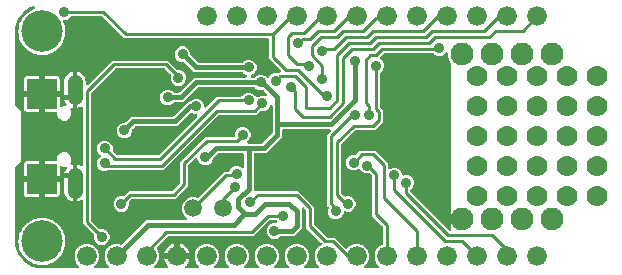
<source format=gbr>
G04 EAGLE Gerber RS-274X export*
G75*
%MOMM*%
%FSLAX34Y34*%
%LPD*%
%INBottom Copper*%
%IPPOS*%
%AMOC8*
5,1,8,0,0,1.08239X$1,22.5*%
G01*
%ADD10C,3.516000*%
%ADD11R,2.500000X2.500000*%
%ADD12C,1.308000*%
%ADD13C,1.676400*%
%ADD14C,1.500000*%
%ADD15C,0.906400*%
%ADD16C,1.930400*%
%ADD17C,0.406400*%
%ADD18C,0.254000*%
%ADD19C,1.778000*%

G36*
X56004Y2558D02*
X56004Y2558D01*
X56143Y2571D01*
X56162Y2578D01*
X56182Y2581D01*
X56311Y2632D01*
X56442Y2679D01*
X56459Y2690D01*
X56478Y2698D01*
X56590Y2779D01*
X56705Y2857D01*
X56719Y2873D01*
X56735Y2884D01*
X56824Y2992D01*
X56916Y3096D01*
X56925Y3114D01*
X56938Y3129D01*
X56997Y3255D01*
X57060Y3379D01*
X57065Y3399D01*
X57073Y3417D01*
X57099Y3553D01*
X57130Y3689D01*
X57129Y3710D01*
X57133Y3729D01*
X57124Y3868D01*
X57120Y4007D01*
X57115Y4027D01*
X57113Y4047D01*
X57071Y4179D01*
X57032Y4313D01*
X57022Y4330D01*
X57015Y4349D01*
X56941Y4467D01*
X56870Y4587D01*
X56852Y4608D01*
X56845Y4618D01*
X56830Y4632D01*
X56764Y4707D01*
X54671Y6801D01*
X53085Y10628D01*
X53085Y14772D01*
X54671Y18599D01*
X57601Y21529D01*
X61428Y23115D01*
X65572Y23115D01*
X69399Y21529D01*
X72329Y18599D01*
X73915Y14772D01*
X73915Y10628D01*
X72329Y6801D01*
X70236Y4707D01*
X70151Y4598D01*
X70062Y4491D01*
X70054Y4472D01*
X70041Y4456D01*
X69986Y4328D01*
X69927Y4203D01*
X69923Y4183D01*
X69915Y4164D01*
X69893Y4026D01*
X69867Y3890D01*
X69868Y3870D01*
X69865Y3850D01*
X69878Y3711D01*
X69887Y3573D01*
X69893Y3554D01*
X69895Y3534D01*
X69942Y3402D01*
X69985Y3271D01*
X69996Y3253D01*
X70002Y3234D01*
X70080Y3119D01*
X70155Y3002D01*
X70170Y2988D01*
X70181Y2971D01*
X70285Y2879D01*
X70386Y2784D01*
X70404Y2774D01*
X70419Y2761D01*
X70544Y2697D01*
X70665Y2630D01*
X70685Y2625D01*
X70703Y2616D01*
X70838Y2586D01*
X70973Y2551D01*
X71001Y2549D01*
X71013Y2546D01*
X71033Y2547D01*
X71134Y2541D01*
X81266Y2541D01*
X81404Y2558D01*
X81543Y2571D01*
X81562Y2578D01*
X81582Y2581D01*
X81711Y2632D01*
X81842Y2679D01*
X81859Y2690D01*
X81878Y2698D01*
X81990Y2779D01*
X82105Y2857D01*
X82119Y2873D01*
X82135Y2884D01*
X82224Y2992D01*
X82316Y3096D01*
X82325Y3114D01*
X82338Y3129D01*
X82397Y3255D01*
X82460Y3379D01*
X82465Y3399D01*
X82473Y3417D01*
X82499Y3553D01*
X82530Y3689D01*
X82529Y3710D01*
X82533Y3729D01*
X82524Y3868D01*
X82520Y4007D01*
X82515Y4027D01*
X82513Y4047D01*
X82471Y4179D01*
X82432Y4313D01*
X82422Y4330D01*
X82415Y4349D01*
X82341Y4467D01*
X82270Y4587D01*
X82252Y4608D01*
X82245Y4618D01*
X82230Y4632D01*
X82164Y4707D01*
X80071Y6801D01*
X78485Y10628D01*
X78485Y14772D01*
X80071Y18599D01*
X83001Y21529D01*
X86828Y23115D01*
X90972Y23115D01*
X92023Y22679D01*
X92051Y22672D01*
X92078Y22658D01*
X92204Y22630D01*
X92330Y22595D01*
X92359Y22595D01*
X92388Y22588D01*
X92518Y22592D01*
X92648Y22590D01*
X92676Y22597D01*
X92706Y22598D01*
X92830Y22634D01*
X92957Y22664D01*
X92983Y22678D01*
X93011Y22687D01*
X93123Y22752D01*
X93238Y22813D01*
X93260Y22833D01*
X93285Y22848D01*
X93406Y22954D01*
X113886Y43435D01*
X147030Y43435D01*
X147167Y43452D01*
X147306Y43465D01*
X147325Y43472D01*
X147345Y43475D01*
X147474Y43526D01*
X147605Y43573D01*
X147622Y43584D01*
X147641Y43592D01*
X147753Y43673D01*
X147869Y43751D01*
X147882Y43767D01*
X147898Y43778D01*
X147987Y43886D01*
X148079Y43990D01*
X148088Y44008D01*
X148101Y44023D01*
X148160Y44149D01*
X148224Y44273D01*
X148228Y44293D01*
X148237Y44311D01*
X148263Y44447D01*
X148293Y44583D01*
X148293Y44604D01*
X148296Y44623D01*
X148288Y44762D01*
X148284Y44901D01*
X148278Y44921D01*
X148277Y44941D01*
X148234Y45072D01*
X148195Y45207D01*
X148185Y45224D01*
X148179Y45243D01*
X148104Y45361D01*
X148034Y45481D01*
X148015Y45502D01*
X148008Y45512D01*
X147993Y45526D01*
X147927Y45601D01*
X145589Y47940D01*
X144137Y51444D01*
X144137Y55236D01*
X145589Y58740D01*
X148270Y61421D01*
X151774Y62873D01*
X155566Y62873D01*
X156880Y62329D01*
X156908Y62321D01*
X156935Y62307D01*
X157061Y62279D01*
X157187Y62245D01*
X157216Y62244D01*
X157245Y62238D01*
X157375Y62242D01*
X157504Y62240D01*
X157533Y62247D01*
X157563Y62247D01*
X157687Y62283D01*
X157814Y62314D01*
X157840Y62328D01*
X157868Y62336D01*
X157980Y62402D01*
X158095Y62463D01*
X158117Y62482D01*
X158142Y62497D01*
X158263Y62604D01*
X180242Y84583D01*
X183388Y84583D01*
X183418Y84586D01*
X183447Y84584D01*
X183575Y84606D01*
X183704Y84623D01*
X183731Y84633D01*
X183760Y84638D01*
X183879Y84692D01*
X184000Y84740D01*
X184023Y84757D01*
X184050Y84769D01*
X184152Y84850D01*
X184257Y84926D01*
X184276Y84949D01*
X184299Y84968D01*
X184377Y85071D01*
X184460Y85171D01*
X184472Y85198D01*
X184490Y85222D01*
X184561Y85366D01*
X184935Y86269D01*
X186781Y88115D01*
X189194Y89115D01*
X191806Y89115D01*
X194219Y88115D01*
X194428Y87905D01*
X194524Y87832D01*
X194532Y87824D01*
X194538Y87820D01*
X194645Y87732D01*
X194664Y87723D01*
X194680Y87710D01*
X194807Y87655D01*
X194933Y87596D01*
X194953Y87592D01*
X194972Y87584D01*
X195109Y87562D01*
X195246Y87536D01*
X195266Y87537D01*
X195286Y87534D01*
X195424Y87547D01*
X195563Y87556D01*
X195582Y87562D01*
X195602Y87564D01*
X195734Y87611D01*
X195865Y87654D01*
X195882Y87665D01*
X195902Y87672D01*
X196017Y87750D01*
X196134Y87824D01*
X196148Y87839D01*
X196165Y87850D01*
X196257Y87954D01*
X196352Y88056D01*
X196362Y88073D01*
X196375Y88089D01*
X196439Y88213D01*
X196506Y88334D01*
X196511Y88354D01*
X196520Y88372D01*
X196550Y88508D01*
X196585Y88642D01*
X196587Y88670D01*
X196590Y88682D01*
X196589Y88703D01*
X196595Y88803D01*
X196595Y98806D01*
X196580Y98924D01*
X196573Y99043D01*
X196560Y99081D01*
X196555Y99122D01*
X196512Y99232D01*
X196475Y99345D01*
X196453Y99380D01*
X196438Y99417D01*
X196369Y99513D01*
X196305Y99614D01*
X196275Y99642D01*
X196252Y99675D01*
X196160Y99751D01*
X196073Y99832D01*
X196038Y99852D01*
X196007Y99877D01*
X195899Y99928D01*
X195795Y99986D01*
X195755Y99996D01*
X195719Y100013D01*
X195602Y100035D01*
X195487Y100065D01*
X195427Y100069D01*
X195407Y100073D01*
X195386Y100071D01*
X195326Y100075D01*
X174929Y100075D01*
X174831Y100063D01*
X174732Y100060D01*
X174674Y100043D01*
X174614Y100035D01*
X174522Y99999D01*
X174427Y99971D01*
X174374Y99941D01*
X174318Y99918D01*
X174238Y99860D01*
X174153Y99810D01*
X174077Y99744D01*
X174061Y99732D01*
X174053Y99722D01*
X174032Y99704D01*
X170766Y96438D01*
X170706Y96360D01*
X170638Y96288D01*
X170609Y96235D01*
X170572Y96187D01*
X170532Y96096D01*
X170484Y96009D01*
X170469Y95951D01*
X170445Y95895D01*
X170430Y95797D01*
X170405Y95701D01*
X170399Y95601D01*
X170395Y95581D01*
X170397Y95569D01*
X170395Y95541D01*
X170395Y95214D01*
X169395Y92801D01*
X167549Y90955D01*
X165136Y89955D01*
X162524Y89955D01*
X160111Y90955D01*
X158265Y92801D01*
X157181Y95418D01*
X157156Y95461D01*
X157139Y95508D01*
X157078Y95599D01*
X157023Y95694D01*
X156989Y95730D01*
X156961Y95771D01*
X156879Y95844D01*
X156802Y95923D01*
X156760Y95949D01*
X156722Y95982D01*
X156625Y96032D01*
X156531Y96089D01*
X156483Y96104D01*
X156439Y96126D01*
X156332Y96150D01*
X156227Y96183D01*
X156177Y96185D01*
X156129Y96196D01*
X156019Y96193D01*
X155909Y96198D01*
X155861Y96188D01*
X155811Y96186D01*
X155705Y96156D01*
X155598Y96133D01*
X155553Y96112D01*
X155505Y96098D01*
X155411Y96042D01*
X155312Y95994D01*
X155274Y95962D01*
X155232Y95936D01*
X155111Y95830D01*
X149724Y90444D01*
X149664Y90365D01*
X149596Y90293D01*
X149567Y90240D01*
X149530Y90192D01*
X149490Y90101D01*
X149442Y90015D01*
X149427Y89956D01*
X149403Y89901D01*
X149388Y89803D01*
X149363Y89707D01*
X149357Y89607D01*
X149353Y89586D01*
X149355Y89574D01*
X149353Y89546D01*
X149353Y72292D01*
X138528Y61467D01*
X102224Y61467D01*
X102126Y61455D01*
X102027Y61452D01*
X101968Y61435D01*
X101908Y61427D01*
X101816Y61391D01*
X101721Y61363D01*
X101669Y61333D01*
X101613Y61310D01*
X101533Y61252D01*
X101447Y61202D01*
X101372Y61136D01*
X101355Y61124D01*
X101347Y61114D01*
X101326Y61096D01*
X99646Y59416D01*
X99586Y59337D01*
X99518Y59265D01*
X99489Y59212D01*
X99452Y59164D01*
X99412Y59073D01*
X99364Y58987D01*
X99349Y58928D01*
X99325Y58873D01*
X99310Y58775D01*
X99285Y58679D01*
X99279Y58579D01*
X99275Y58558D01*
X99277Y58546D01*
X99275Y58518D01*
X99275Y55844D01*
X98275Y53431D01*
X96429Y51585D01*
X94016Y50585D01*
X91404Y50585D01*
X88991Y51585D01*
X87145Y53431D01*
X86145Y55844D01*
X86145Y58456D01*
X87145Y60869D01*
X88991Y62715D01*
X91404Y63715D01*
X94078Y63715D01*
X94176Y63727D01*
X94275Y63730D01*
X94334Y63747D01*
X94394Y63755D01*
X94486Y63791D01*
X94581Y63819D01*
X94633Y63849D01*
X94689Y63872D01*
X94769Y63930D01*
X94855Y63980D01*
X94930Y64046D01*
X94947Y64058D01*
X94955Y64068D01*
X94976Y64086D01*
X98962Y68073D01*
X135266Y68073D01*
X135364Y68085D01*
X135463Y68088D01*
X135522Y68105D01*
X135582Y68113D01*
X135674Y68149D01*
X135769Y68177D01*
X135821Y68207D01*
X135877Y68230D01*
X135957Y68288D01*
X136043Y68338D01*
X136118Y68404D01*
X136135Y68416D01*
X136143Y68426D01*
X136164Y68444D01*
X142376Y74656D01*
X142436Y74735D01*
X142504Y74807D01*
X142533Y74860D01*
X142570Y74908D01*
X142610Y74999D01*
X142658Y75085D01*
X142673Y75144D01*
X142697Y75199D01*
X142712Y75297D01*
X142737Y75393D01*
X142743Y75493D01*
X142747Y75514D01*
X142745Y75526D01*
X142747Y75554D01*
X142747Y92808D01*
X163732Y113793D01*
X187746Y113793D01*
X187864Y113808D01*
X187983Y113815D01*
X188021Y113828D01*
X188062Y113833D01*
X188172Y113876D01*
X188285Y113913D01*
X188320Y113935D01*
X188357Y113950D01*
X188453Y114019D01*
X188554Y114083D01*
X188582Y114113D01*
X188615Y114136D01*
X188691Y114228D01*
X188772Y114315D01*
X188792Y114350D01*
X188817Y114381D01*
X188868Y114489D01*
X188926Y114593D01*
X188936Y114633D01*
X188953Y114669D01*
X188975Y114786D01*
X189005Y114901D01*
X189009Y114961D01*
X189013Y114981D01*
X189011Y115002D01*
X189015Y115062D01*
X189015Y116876D01*
X190015Y119289D01*
X191861Y121135D01*
X194274Y122135D01*
X196886Y122135D01*
X199299Y121135D01*
X201145Y119289D01*
X202145Y116876D01*
X202145Y114264D01*
X201145Y111851D01*
X199665Y110371D01*
X199580Y110262D01*
X199492Y110155D01*
X199483Y110136D01*
X199470Y110120D01*
X199415Y109992D01*
X199356Y109867D01*
X199352Y109847D01*
X199344Y109828D01*
X199322Y109690D01*
X199296Y109554D01*
X199297Y109534D01*
X199294Y109514D01*
X199307Y109375D01*
X199316Y109237D01*
X199322Y109218D01*
X199324Y109198D01*
X199371Y109066D01*
X199414Y108935D01*
X199425Y108917D01*
X199432Y108898D01*
X199510Y108783D01*
X199584Y108666D01*
X199599Y108652D01*
X199610Y108635D01*
X199715Y108543D01*
X199816Y108448D01*
X199833Y108438D01*
X199849Y108425D01*
X199973Y108361D01*
X200094Y108294D01*
X200114Y108289D01*
X200132Y108280D01*
X200268Y108250D01*
X200402Y108215D01*
X200430Y108213D01*
X200442Y108210D01*
X200463Y108211D01*
X200563Y108205D01*
X211151Y108205D01*
X211249Y108217D01*
X211348Y108220D01*
X211406Y108237D01*
X211466Y108245D01*
X211558Y108281D01*
X211653Y108309D01*
X211705Y108339D01*
X211762Y108362D01*
X211842Y108420D01*
X211927Y108470D01*
X212003Y108536D01*
X212019Y108548D01*
X212027Y108558D01*
X212048Y108576D01*
X220354Y116882D01*
X220414Y116960D01*
X220482Y117032D01*
X220511Y117085D01*
X220548Y117133D01*
X220588Y117224D01*
X220636Y117311D01*
X220651Y117369D01*
X220675Y117425D01*
X220690Y117523D01*
X220715Y117619D01*
X220721Y117719D01*
X220725Y117739D01*
X220723Y117751D01*
X220725Y117779D01*
X220725Y139552D01*
X220717Y139621D01*
X220718Y139691D01*
X220697Y139778D01*
X220685Y139868D01*
X220660Y139932D01*
X220643Y140000D01*
X220601Y140080D01*
X220568Y140163D01*
X220527Y140220D01*
X220495Y140281D01*
X220434Y140348D01*
X220382Y140421D01*
X220328Y140465D01*
X220281Y140517D01*
X220206Y140566D01*
X220137Y140623D01*
X220073Y140653D01*
X220015Y140691D01*
X219930Y140721D01*
X219849Y140759D01*
X219780Y140772D01*
X219714Y140795D01*
X219625Y140802D01*
X219537Y140819D01*
X219467Y140814D01*
X219397Y140820D01*
X219309Y140805D01*
X219219Y140799D01*
X219153Y140777D01*
X219084Y140765D01*
X219002Y140729D01*
X218917Y140701D01*
X218858Y140664D01*
X218794Y140635D01*
X218724Y140579D01*
X218648Y140531D01*
X218600Y140480D01*
X218546Y140436D01*
X218491Y140365D01*
X218430Y140299D01*
X218396Y140238D01*
X218354Y140182D01*
X218283Y140038D01*
X217655Y138521D01*
X215809Y136675D01*
X213396Y135675D01*
X210722Y135675D01*
X210624Y135663D01*
X210525Y135660D01*
X210466Y135643D01*
X210406Y135635D01*
X210314Y135599D01*
X210219Y135571D01*
X210167Y135541D01*
X210111Y135518D01*
X210031Y135460D01*
X209945Y135410D01*
X209870Y135344D01*
X209853Y135332D01*
X209845Y135322D01*
X209824Y135304D01*
X207108Y132587D01*
X175884Y132587D01*
X175786Y132575D01*
X175687Y132572D01*
X175628Y132555D01*
X175568Y132547D01*
X175476Y132511D01*
X175381Y132483D01*
X175329Y132453D01*
X175273Y132430D01*
X175193Y132372D01*
X175107Y132322D01*
X175032Y132256D01*
X175015Y132244D01*
X175007Y132234D01*
X174986Y132216D01*
X128368Y85597D01*
X82041Y85597D01*
X82032Y85596D01*
X82023Y85597D01*
X81874Y85576D01*
X81726Y85557D01*
X81717Y85554D01*
X81708Y85553D01*
X81556Y85501D01*
X80046Y84875D01*
X77434Y84875D01*
X75021Y85875D01*
X73175Y87721D01*
X72175Y90134D01*
X72175Y92746D01*
X73175Y95159D01*
X74909Y96892D01*
X74982Y96987D01*
X75060Y97076D01*
X75079Y97112D01*
X75104Y97144D01*
X75151Y97253D01*
X75205Y97359D01*
X75214Y97398D01*
X75230Y97436D01*
X75249Y97553D01*
X75275Y97669D01*
X75273Y97710D01*
X75280Y97750D01*
X75269Y97868D01*
X75265Y97987D01*
X75254Y98026D01*
X75250Y98066D01*
X75210Y98179D01*
X75177Y98293D01*
X75156Y98327D01*
X75142Y98366D01*
X75075Y98464D01*
X75015Y98567D01*
X74975Y98612D01*
X74964Y98629D01*
X74948Y98642D01*
X74909Y98687D01*
X73175Y100421D01*
X72175Y102834D01*
X72175Y105446D01*
X73175Y107859D01*
X75021Y109705D01*
X77434Y110705D01*
X80046Y110705D01*
X82459Y109705D01*
X84305Y107859D01*
X85305Y105446D01*
X85305Y102772D01*
X85317Y102674D01*
X85320Y102575D01*
X85337Y102516D01*
X85345Y102456D01*
X85381Y102364D01*
X85409Y102269D01*
X85439Y102217D01*
X85462Y102161D01*
X85520Y102081D01*
X85570Y101995D01*
X85636Y101920D01*
X85648Y101903D01*
X85658Y101895D01*
X85676Y101874D01*
X88626Y98924D01*
X88705Y98864D01*
X88777Y98796D01*
X88830Y98767D01*
X88878Y98730D01*
X88969Y98690D01*
X89055Y98642D01*
X89114Y98627D01*
X89169Y98603D01*
X89267Y98588D01*
X89363Y98563D01*
X89463Y98557D01*
X89484Y98553D01*
X89496Y98555D01*
X89524Y98553D01*
X123836Y98553D01*
X123934Y98565D01*
X124033Y98568D01*
X124092Y98585D01*
X124152Y98593D01*
X124244Y98629D01*
X124339Y98657D01*
X124391Y98687D01*
X124447Y98710D01*
X124527Y98768D01*
X124613Y98818D01*
X124688Y98884D01*
X124705Y98896D01*
X124713Y98906D01*
X124734Y98924D01*
X156778Y130969D01*
X156863Y131078D01*
X156952Y131185D01*
X156960Y131204D01*
X156973Y131220D01*
X157028Y131348D01*
X157087Y131473D01*
X157091Y131493D01*
X157099Y131512D01*
X157121Y131650D01*
X157147Y131786D01*
X157146Y131806D01*
X157149Y131826D01*
X157136Y131964D01*
X157127Y132103D01*
X157121Y132122D01*
X157119Y132142D01*
X157072Y132274D01*
X157029Y132405D01*
X157018Y132423D01*
X157011Y132442D01*
X156933Y132557D01*
X156859Y132674D01*
X156844Y132688D01*
X156833Y132705D01*
X156729Y132797D01*
X156627Y132892D01*
X156610Y132902D01*
X156594Y132915D01*
X156471Y132978D01*
X156349Y133046D01*
X156329Y133051D01*
X156311Y133060D01*
X156175Y133090D01*
X156041Y133125D01*
X156013Y133127D01*
X156001Y133130D01*
X155980Y133129D01*
X155880Y133135D01*
X154904Y133135D01*
X152442Y134155D01*
X152413Y134163D01*
X152387Y134176D01*
X152260Y134205D01*
X152135Y134239D01*
X152105Y134240D01*
X152077Y134246D01*
X151947Y134242D01*
X151817Y134244D01*
X151788Y134237D01*
X151759Y134236D01*
X151634Y134200D01*
X151508Y134170D01*
X151482Y134156D01*
X151453Y134148D01*
X151342Y134082D01*
X151227Y134021D01*
X151205Y134001D01*
X151179Y133987D01*
X151059Y133880D01*
X140114Y122935D01*
X105079Y122935D01*
X104981Y122923D01*
X104882Y122920D01*
X104824Y122903D01*
X104764Y122895D01*
X104672Y122859D01*
X104577Y122831D01*
X104525Y122801D01*
X104468Y122778D01*
X104388Y122720D01*
X104303Y122670D01*
X104227Y122604D01*
X104211Y122592D01*
X104203Y122582D01*
X104182Y122564D01*
X102186Y120568D01*
X102126Y120490D01*
X102058Y120418D01*
X102029Y120365D01*
X101992Y120317D01*
X101952Y120226D01*
X101904Y120139D01*
X101889Y120081D01*
X101865Y120025D01*
X101850Y119927D01*
X101825Y119831D01*
X101819Y119731D01*
X101815Y119711D01*
X101817Y119699D01*
X101815Y119671D01*
X101815Y118074D01*
X100815Y115661D01*
X98969Y113815D01*
X96556Y112815D01*
X93944Y112815D01*
X91531Y113815D01*
X89685Y115661D01*
X88685Y118074D01*
X88685Y120686D01*
X89685Y123099D01*
X91531Y124945D01*
X93944Y125945D01*
X95541Y125945D01*
X95639Y125957D01*
X95738Y125960D01*
X95796Y125977D01*
X95856Y125985D01*
X95948Y126021D01*
X96043Y126049D01*
X96095Y126079D01*
X96152Y126102D01*
X96232Y126160D01*
X96317Y126210D01*
X96393Y126276D01*
X96409Y126288D01*
X96417Y126298D01*
X96438Y126316D01*
X101186Y131065D01*
X136221Y131065D01*
X136319Y131077D01*
X136418Y131080D01*
X136476Y131097D01*
X136536Y131105D01*
X136628Y131141D01*
X136723Y131169D01*
X136775Y131199D01*
X136832Y131222D01*
X136912Y131280D01*
X136997Y131330D01*
X137073Y131396D01*
X137089Y131408D01*
X137097Y131418D01*
X137118Y131436D01*
X149446Y143765D01*
X150465Y143765D01*
X150563Y143777D01*
X150662Y143780D01*
X150720Y143797D01*
X150781Y143805D01*
X150873Y143841D01*
X150968Y143869D01*
X151020Y143899D01*
X151076Y143922D01*
X151156Y143980D01*
X151242Y144030D01*
X151317Y144096D01*
X151334Y144108D01*
X151341Y144118D01*
X151363Y144136D01*
X152491Y145265D01*
X154904Y146265D01*
X157516Y146265D01*
X159929Y145265D01*
X161775Y143419D01*
X162775Y141006D01*
X162775Y140030D01*
X162792Y139892D01*
X162805Y139753D01*
X162812Y139734D01*
X162815Y139714D01*
X162866Y139585D01*
X162913Y139454D01*
X162924Y139437D01*
X162932Y139419D01*
X163013Y139306D01*
X163091Y139191D01*
X163107Y139178D01*
X163118Y139161D01*
X163226Y139072D01*
X163330Y138980D01*
X163348Y138971D01*
X163363Y138958D01*
X163489Y138899D01*
X163613Y138836D01*
X163633Y138831D01*
X163651Y138823D01*
X163787Y138797D01*
X163923Y138766D01*
X163944Y138767D01*
X163963Y138763D01*
X164102Y138772D01*
X164241Y138776D01*
X164261Y138782D01*
X164281Y138783D01*
X164413Y138826D01*
X164547Y138864D01*
X164564Y138875D01*
X164583Y138881D01*
X164701Y138955D01*
X164821Y139026D01*
X164842Y139044D01*
X164852Y139051D01*
X164866Y139066D01*
X164941Y139132D01*
X171586Y145776D01*
X173892Y148083D01*
X194153Y148083D01*
X194251Y148095D01*
X194350Y148098D01*
X194408Y148115D01*
X194469Y148123D01*
X194561Y148159D01*
X194656Y148187D01*
X194708Y148217D01*
X194764Y148240D01*
X194844Y148298D01*
X194930Y148348D01*
X195005Y148414D01*
X195022Y148426D01*
X195029Y148436D01*
X195051Y148454D01*
X196941Y150345D01*
X199354Y151345D01*
X201966Y151345D01*
X204379Y150345D01*
X206225Y148499D01*
X206330Y148246D01*
X206355Y148203D01*
X206371Y148156D01*
X206433Y148065D01*
X206488Y147970D01*
X206522Y147934D01*
X206550Y147893D01*
X206632Y147820D01*
X206709Y147741D01*
X206751Y147715D01*
X206789Y147682D01*
X206886Y147632D01*
X206980Y147575D01*
X207027Y147560D01*
X207072Y147538D01*
X207179Y147514D01*
X207284Y147481D01*
X207334Y147479D01*
X207382Y147468D01*
X207492Y147471D01*
X207602Y147466D01*
X207650Y147476D01*
X207700Y147478D01*
X207805Y147508D01*
X207913Y147530D01*
X207958Y147552D01*
X208005Y147566D01*
X208100Y147622D01*
X208199Y147670D01*
X208237Y147702D01*
X208279Y147728D01*
X208364Y147802D01*
X210784Y148805D01*
X213396Y148805D01*
X214604Y148304D01*
X214671Y148286D01*
X214735Y148258D01*
X214824Y148244D01*
X214911Y148220D01*
X214980Y148219D01*
X215049Y148208D01*
X215139Y148217D01*
X215229Y148215D01*
X215297Y148232D01*
X215366Y148238D01*
X215451Y148269D01*
X215538Y148289D01*
X215600Y148322D01*
X215665Y148346D01*
X215740Y148396D01*
X215819Y148438D01*
X215871Y148485D01*
X215928Y148524D01*
X215988Y148592D01*
X216054Y148652D01*
X216093Y148710D01*
X216139Y148763D01*
X216180Y148843D01*
X216229Y148918D01*
X216252Y148984D01*
X216284Y149046D01*
X216303Y149134D01*
X216332Y149219D01*
X216338Y149288D01*
X216353Y149356D01*
X216350Y149446D01*
X216358Y149536D01*
X216346Y149604D01*
X216344Y149674D01*
X216319Y149760D01*
X216303Y149849D01*
X216275Y149913D01*
X216255Y149980D01*
X216209Y150057D01*
X216173Y150139D01*
X216129Y150193D01*
X216094Y150254D01*
X215987Y150374D01*
X213277Y153084D01*
X213250Y153105D01*
X213228Y153131D01*
X213166Y153174D01*
X213125Y153212D01*
X213081Y153237D01*
X213026Y153279D01*
X212995Y153293D01*
X212966Y153312D01*
X212897Y153338D01*
X212847Y153366D01*
X212796Y153379D01*
X212734Y153405D01*
X212700Y153411D01*
X212668Y153423D01*
X212596Y153430D01*
X212539Y153445D01*
X212449Y153451D01*
X212420Y153455D01*
X212403Y153454D01*
X212378Y153455D01*
X212355Y153455D01*
X212352Y153456D01*
X212349Y153455D01*
X209514Y153455D01*
X207101Y154455D01*
X205973Y155584D01*
X205894Y155644D01*
X205822Y155712D01*
X205769Y155741D01*
X205721Y155778D01*
X205630Y155818D01*
X205544Y155866D01*
X205485Y155881D01*
X205429Y155905D01*
X205331Y155920D01*
X205236Y155945D01*
X205136Y155951D01*
X205115Y155955D01*
X205103Y155953D01*
X205075Y155955D01*
X158419Y155955D01*
X158321Y155943D01*
X158222Y155940D01*
X158164Y155923D01*
X158104Y155915D01*
X158012Y155879D01*
X157917Y155851D01*
X157865Y155821D01*
X157808Y155798D01*
X157728Y155740D01*
X157643Y155690D01*
X157567Y155624D01*
X157551Y155612D01*
X157543Y155602D01*
X157522Y155584D01*
X145194Y143255D01*
X137825Y143255D01*
X137727Y143243D01*
X137628Y143240D01*
X137569Y143223D01*
X137509Y143215D01*
X137417Y143179D01*
X137322Y143151D01*
X137270Y143121D01*
X137214Y143098D01*
X137134Y143040D01*
X137048Y142990D01*
X136973Y142924D01*
X136956Y142912D01*
X136949Y142902D01*
X136927Y142884D01*
X135799Y141755D01*
X133386Y140755D01*
X130774Y140755D01*
X128361Y141755D01*
X126515Y143601D01*
X125515Y146014D01*
X125515Y148626D01*
X126515Y151039D01*
X128361Y152885D01*
X130774Y153885D01*
X133386Y153885D01*
X135799Y152885D01*
X136927Y151756D01*
X137006Y151696D01*
X137078Y151628D01*
X137131Y151599D01*
X137179Y151562D01*
X137270Y151522D01*
X137356Y151474D01*
X137415Y151459D01*
X137471Y151435D01*
X137569Y151420D01*
X137664Y151395D01*
X137764Y151389D01*
X137785Y151385D01*
X137797Y151387D01*
X137825Y151385D01*
X141301Y151385D01*
X141399Y151397D01*
X141498Y151400D01*
X141556Y151417D01*
X141616Y151425D01*
X141708Y151461D01*
X141803Y151489D01*
X141855Y151519D01*
X141912Y151542D01*
X141992Y151600D01*
X142077Y151650D01*
X142153Y151716D01*
X142169Y151728D01*
X142177Y151738D01*
X142198Y151756D01*
X154526Y164085D01*
X197972Y164085D01*
X198041Y164093D01*
X198111Y164092D01*
X198198Y164113D01*
X198288Y164125D01*
X198352Y164150D01*
X198420Y164167D01*
X198500Y164209D01*
X198583Y164242D01*
X198640Y164283D01*
X198701Y164315D01*
X198768Y164376D01*
X198841Y164428D01*
X198885Y164482D01*
X198937Y164529D01*
X198986Y164604D01*
X199043Y164673D01*
X199073Y164737D01*
X199111Y164795D01*
X199141Y164880D01*
X199179Y164961D01*
X199192Y165030D01*
X199215Y165096D01*
X199222Y165185D01*
X199239Y165273D01*
X199234Y165343D01*
X199240Y165413D01*
X199225Y165501D01*
X199219Y165591D01*
X199197Y165657D01*
X199185Y165726D01*
X199149Y165808D01*
X199121Y165893D01*
X199084Y165952D01*
X199055Y166016D01*
X198999Y166086D01*
X198951Y166162D01*
X198900Y166210D01*
X198856Y166264D01*
X198785Y166319D01*
X198719Y166380D01*
X198658Y166414D01*
X198602Y166456D01*
X198458Y166527D01*
X196941Y167155D01*
X195813Y168284D01*
X195734Y168344D01*
X195662Y168412D01*
X195609Y168441D01*
X195561Y168478D01*
X195470Y168518D01*
X195384Y168566D01*
X195325Y168581D01*
X195269Y168605D01*
X195171Y168620D01*
X195076Y168645D01*
X194976Y168651D01*
X194955Y168655D01*
X194943Y168653D01*
X194915Y168655D01*
X154241Y168655D01*
X145830Y177066D01*
X145752Y177126D01*
X145680Y177194D01*
X145627Y177223D01*
X145579Y177261D01*
X145488Y177300D01*
X145401Y177348D01*
X145343Y177363D01*
X145287Y177387D01*
X145189Y177403D01*
X145093Y177427D01*
X144993Y177434D01*
X144973Y177437D01*
X144961Y177436D01*
X144933Y177437D01*
X143336Y177437D01*
X140924Y178437D01*
X139077Y180284D01*
X138077Y182696D01*
X138077Y185308D01*
X139077Y187721D01*
X140924Y189568D01*
X143336Y190567D01*
X145948Y190567D01*
X148361Y189568D01*
X150208Y187721D01*
X151207Y185308D01*
X151207Y183712D01*
X151219Y183613D01*
X151222Y183514D01*
X151239Y183456D01*
X151247Y183396D01*
X151283Y183304D01*
X151311Y183209D01*
X151342Y183157D01*
X151364Y183100D01*
X151422Y183020D01*
X151472Y182935D01*
X151539Y182860D01*
X151551Y182843D01*
X151560Y182835D01*
X151579Y182814D01*
X157236Y177156D01*
X157315Y177096D01*
X157387Y177028D01*
X157440Y176999D01*
X157488Y176962D01*
X157579Y176922D01*
X157665Y176874D01*
X157724Y176859D01*
X157779Y176835D01*
X157877Y176820D01*
X157973Y176795D01*
X158073Y176789D01*
X158094Y176785D01*
X158106Y176787D01*
X158134Y176785D01*
X194915Y176785D01*
X195013Y176797D01*
X195112Y176800D01*
X195170Y176817D01*
X195231Y176825D01*
X195323Y176861D01*
X195418Y176889D01*
X195470Y176919D01*
X195526Y176942D01*
X195606Y177000D01*
X195692Y177050D01*
X195767Y177116D01*
X195784Y177128D01*
X195791Y177138D01*
X195813Y177156D01*
X196941Y178285D01*
X199354Y179285D01*
X201966Y179285D01*
X204379Y178285D01*
X206225Y176439D01*
X207225Y174026D01*
X207225Y171414D01*
X206225Y169001D01*
X204379Y167155D01*
X202862Y166527D01*
X202802Y166492D01*
X202737Y166466D01*
X202664Y166414D01*
X202586Y166369D01*
X202536Y166321D01*
X202479Y166280D01*
X202422Y166210D01*
X202358Y166148D01*
X202321Y166088D01*
X202277Y166035D01*
X202238Y165953D01*
X202191Y165877D01*
X202171Y165810D01*
X202141Y165747D01*
X202124Y165659D01*
X202098Y165573D01*
X202094Y165503D01*
X202081Y165434D01*
X202087Y165345D01*
X202083Y165255D01*
X202097Y165187D01*
X202101Y165117D01*
X202129Y165032D01*
X202147Y164944D01*
X202178Y164881D01*
X202199Y164815D01*
X202247Y164739D01*
X202287Y164658D01*
X202332Y164605D01*
X202369Y164546D01*
X202435Y164484D01*
X202493Y164416D01*
X202550Y164376D01*
X202601Y164328D01*
X202680Y164285D01*
X202753Y164233D01*
X202818Y164208D01*
X202879Y164174D01*
X202966Y164152D01*
X203050Y164120D01*
X203120Y164112D01*
X203187Y164095D01*
X203348Y164085D01*
X205075Y164085D01*
X205173Y164097D01*
X205272Y164100D01*
X205330Y164117D01*
X205391Y164125D01*
X205483Y164161D01*
X205578Y164189D01*
X205630Y164219D01*
X205686Y164242D01*
X205766Y164300D01*
X205852Y164350D01*
X205927Y164416D01*
X205944Y164428D01*
X205951Y164438D01*
X205973Y164456D01*
X207101Y165585D01*
X209514Y166585D01*
X212126Y166585D01*
X214539Y165585D01*
X215780Y164344D01*
X215819Y164314D01*
X215853Y164277D01*
X215944Y164217D01*
X216031Y164149D01*
X216077Y164129D01*
X216118Y164102D01*
X216222Y164067D01*
X216323Y164023D01*
X216372Y164015D01*
X216419Y163999D01*
X216528Y163990D01*
X216637Y163973D01*
X216687Y163978D01*
X216736Y163974D01*
X216844Y163992D01*
X216954Y164003D01*
X217000Y164020D01*
X217049Y164028D01*
X217150Y164073D01*
X217253Y164110D01*
X217294Y164138D01*
X217339Y164159D01*
X217425Y164227D01*
X217516Y164289D01*
X217549Y164326D01*
X217588Y164357D01*
X217654Y164445D01*
X217727Y164527D01*
X217749Y164572D01*
X217779Y164611D01*
X217850Y164756D01*
X217955Y165009D01*
X219801Y166855D01*
X222214Y167855D01*
X224888Y167855D01*
X224986Y167867D01*
X225085Y167870D01*
X225144Y167887D01*
X225204Y167895D01*
X225296Y167931D01*
X225391Y167959D01*
X225443Y167989D01*
X225499Y168012D01*
X225579Y168070D01*
X225665Y168120D01*
X225740Y168186D01*
X225757Y168198D01*
X225765Y168208D01*
X225786Y168226D01*
X225962Y168403D01*
X226452Y168403D01*
X226590Y168420D01*
X226729Y168433D01*
X226748Y168440D01*
X226768Y168443D01*
X226897Y168494D01*
X227028Y168541D01*
X227045Y168552D01*
X227063Y168560D01*
X227176Y168641D01*
X227291Y168719D01*
X227304Y168735D01*
X227321Y168746D01*
X227409Y168854D01*
X227502Y168958D01*
X227511Y168976D01*
X227524Y168991D01*
X227583Y169117D01*
X227646Y169241D01*
X227651Y169261D01*
X227659Y169279D01*
X227685Y169415D01*
X227716Y169551D01*
X227715Y169572D01*
X227719Y169591D01*
X227710Y169730D01*
X227706Y169869D01*
X227700Y169889D01*
X227699Y169909D01*
X227656Y170041D01*
X227618Y170175D01*
X227607Y170192D01*
X227601Y170211D01*
X227527Y170329D01*
X227456Y170449D01*
X227438Y170470D01*
X227431Y170480D01*
X227416Y170494D01*
X227350Y170569D01*
X219984Y177936D01*
X217677Y180242D01*
X217677Y196088D01*
X217662Y196206D01*
X217655Y196325D01*
X217642Y196363D01*
X217637Y196404D01*
X217594Y196514D01*
X217557Y196627D01*
X217535Y196662D01*
X217520Y196699D01*
X217451Y196795D01*
X217387Y196896D01*
X217357Y196924D01*
X217334Y196957D01*
X217242Y197033D01*
X217155Y197114D01*
X217120Y197134D01*
X217089Y197159D01*
X216981Y197210D01*
X216877Y197268D01*
X216837Y197278D01*
X216801Y197295D01*
X216684Y197317D01*
X216569Y197347D01*
X216509Y197351D01*
X216489Y197355D01*
X216468Y197353D01*
X216408Y197357D01*
X95152Y197357D01*
X76474Y216036D01*
X76395Y216096D01*
X76323Y216164D01*
X76270Y216193D01*
X76222Y216230D01*
X76131Y216270D01*
X76045Y216318D01*
X75986Y216333D01*
X75931Y216357D01*
X75833Y216372D01*
X75737Y216397D01*
X75637Y216403D01*
X75616Y216407D01*
X75604Y216405D01*
X75576Y216407D01*
X50957Y216407D01*
X50859Y216395D01*
X50760Y216392D01*
X50701Y216375D01*
X50641Y216367D01*
X50549Y216331D01*
X50454Y216303D01*
X50402Y216273D01*
X50346Y216250D01*
X50266Y216192D01*
X50180Y216142D01*
X50105Y216076D01*
X50088Y216064D01*
X50081Y216054D01*
X50059Y216036D01*
X48169Y214145D01*
X45756Y213145D01*
X44483Y213145D01*
X44417Y213137D01*
X44351Y213138D01*
X44260Y213117D01*
X44167Y213105D01*
X44106Y213081D01*
X44041Y213066D01*
X43958Y213023D01*
X43871Y212988D01*
X43818Y212950D01*
X43759Y212919D01*
X43690Y212856D01*
X43614Y212802D01*
X43572Y212750D01*
X43522Y212706D01*
X43471Y212629D01*
X43411Y212557D01*
X43383Y212497D01*
X43346Y212441D01*
X43315Y212353D01*
X43276Y212269D01*
X43263Y212204D01*
X43241Y212141D01*
X43233Y212048D01*
X43216Y211957D01*
X43220Y211890D01*
X43214Y211824D01*
X43230Y211732D01*
X43236Y211639D01*
X43256Y211576D01*
X43267Y211511D01*
X43323Y211360D01*
X45092Y207386D01*
X45092Y199014D01*
X42263Y192659D01*
X42260Y192649D01*
X42250Y192629D01*
X41994Y192011D01*
X41975Y191987D01*
X41970Y191979D01*
X41968Y191975D01*
X41963Y191964D01*
X41900Y191844D01*
X41687Y191366D01*
X37853Y187914D01*
X37841Y187900D01*
X37805Y187868D01*
X36510Y186573D01*
X36441Y186545D01*
X36324Y186478D01*
X36204Y186415D01*
X36177Y186394D01*
X36165Y186387D01*
X36150Y186372D01*
X36078Y186315D01*
X35466Y185765D01*
X31302Y184412D01*
X31283Y184403D01*
X31209Y184377D01*
X29301Y183587D01*
X28965Y183587D01*
X28847Y183572D01*
X28729Y183565D01*
X28670Y183550D01*
X28650Y183547D01*
X28631Y183540D01*
X28573Y183525D01*
X27504Y183178D01*
X23676Y183580D01*
X23658Y183580D01*
X23543Y183587D01*
X21499Y183587D01*
X20951Y183814D01*
X20852Y183841D01*
X20757Y183877D01*
X20665Y183892D01*
X20644Y183898D01*
X20631Y183898D01*
X20598Y183904D01*
X19179Y184053D01*
X16215Y185764D01*
X16213Y185765D01*
X16210Y185767D01*
X16066Y185838D01*
X14290Y186573D01*
X13693Y187170D01*
X13626Y187222D01*
X13565Y187283D01*
X13451Y187358D01*
X13442Y187365D01*
X13438Y187367D01*
X13431Y187372D01*
X11929Y188239D01*
X10139Y190703D01*
X10126Y190717D01*
X10116Y190733D01*
X10009Y190854D01*
X8773Y192090D01*
X8357Y193096D01*
X8322Y193156D01*
X8297Y193220D01*
X8211Y193356D01*
X7008Y195011D01*
X6447Y197649D01*
X6436Y197683D01*
X6431Y197719D01*
X6379Y197871D01*
X5787Y199299D01*
X5787Y200622D01*
X5781Y200674D01*
X5783Y200726D01*
X5760Y200886D01*
X5268Y203200D01*
X5760Y205514D01*
X5764Y205567D01*
X5777Y205617D01*
X5787Y205778D01*
X5787Y207101D01*
X6379Y208529D01*
X6388Y208563D01*
X6404Y208595D01*
X6447Y208751D01*
X7008Y211389D01*
X8211Y213044D01*
X8244Y213105D01*
X8286Y213160D01*
X8357Y213304D01*
X8773Y214310D01*
X10009Y215546D01*
X10021Y215561D01*
X10036Y215573D01*
X10139Y215697D01*
X11929Y218161D01*
X13431Y219028D01*
X13499Y219080D01*
X13573Y219124D01*
X13675Y219214D01*
X13684Y219221D01*
X13687Y219224D01*
X13693Y219230D01*
X14290Y219827D01*
X16066Y220562D01*
X16068Y220564D01*
X16071Y220564D01*
X16215Y220636D01*
X18972Y222228D01*
X18993Y222244D01*
X19017Y222255D01*
X19119Y222340D01*
X19225Y222420D01*
X19242Y222441D01*
X19262Y222458D01*
X19340Y222565D01*
X19423Y222669D01*
X19434Y222693D01*
X19449Y222715D01*
X19498Y222838D01*
X19552Y222960D01*
X19557Y222986D01*
X19566Y223011D01*
X19583Y223142D01*
X19605Y223273D01*
X19603Y223300D01*
X19606Y223326D01*
X19590Y223458D01*
X19579Y223590D01*
X19570Y223615D01*
X19567Y223642D01*
X19518Y223765D01*
X19474Y223890D01*
X19460Y223913D01*
X19450Y223937D01*
X19372Y224045D01*
X19299Y224155D01*
X19279Y224173D01*
X19263Y224195D01*
X19161Y224280D01*
X19062Y224368D01*
X19039Y224381D01*
X19018Y224398D01*
X18898Y224454D01*
X18781Y224516D01*
X18755Y224522D01*
X18731Y224533D01*
X18600Y224559D01*
X18471Y224589D01*
X18445Y224588D01*
X18418Y224593D01*
X18286Y224585D01*
X18153Y224583D01*
X18128Y224575D01*
X18101Y224574D01*
X17945Y224534D01*
X15206Y223644D01*
X15099Y223594D01*
X14988Y223550D01*
X14937Y223517D01*
X14918Y223509D01*
X14903Y223496D01*
X14852Y223464D01*
X9388Y219493D01*
X9301Y219412D01*
X9209Y219336D01*
X9171Y219290D01*
X9156Y219276D01*
X9145Y219258D01*
X9107Y219212D01*
X5136Y213748D01*
X5079Y213644D01*
X5015Y213544D01*
X4993Y213487D01*
X4983Y213469D01*
X4978Y213449D01*
X4956Y213394D01*
X2869Y206970D01*
X2856Y206902D01*
X2833Y206836D01*
X2810Y206677D01*
X2545Y203300D01*
X2546Y203278D01*
X2541Y203200D01*
X2541Y141278D01*
X2553Y141180D01*
X2556Y141081D01*
X2573Y141023D01*
X2581Y140963D01*
X2617Y140871D01*
X2645Y140775D01*
X2675Y140723D01*
X2698Y140667D01*
X2756Y140587D01*
X2806Y140502D01*
X2872Y140426D01*
X2884Y140410D01*
X2894Y140402D01*
X2912Y140381D01*
X7621Y135672D01*
X7621Y92928D01*
X2912Y88219D01*
X2852Y88141D01*
X2784Y88069D01*
X2755Y88016D01*
X2718Y87968D01*
X2678Y87877D01*
X2630Y87790D01*
X2615Y87732D01*
X2591Y87676D01*
X2576Y87578D01*
X2551Y87483D01*
X2545Y87382D01*
X2541Y87362D01*
X2543Y87350D01*
X2541Y87322D01*
X2541Y25400D01*
X2543Y25378D01*
X2545Y25300D01*
X2810Y21923D01*
X2824Y21855D01*
X2829Y21786D01*
X2869Y21630D01*
X4956Y15206D01*
X5006Y15099D01*
X5050Y14988D01*
X5083Y14937D01*
X5091Y14918D01*
X5104Y14903D01*
X5136Y14852D01*
X9107Y9388D01*
X9127Y9366D01*
X9138Y9348D01*
X9184Y9305D01*
X9188Y9301D01*
X9264Y9209D01*
X9310Y9171D01*
X9324Y9156D01*
X9342Y9145D01*
X9388Y9107D01*
X14596Y5322D01*
X14852Y5136D01*
X14887Y5117D01*
X14918Y5092D01*
X14990Y5058D01*
X15056Y5015D01*
X15113Y4993D01*
X15131Y4983D01*
X15150Y4978D01*
X15205Y4956D01*
X15206Y4956D01*
X17945Y4066D01*
X17971Y4061D01*
X17996Y4051D01*
X18127Y4031D01*
X18257Y4006D01*
X18284Y4008D01*
X18310Y4004D01*
X18441Y4018D01*
X18455Y4008D01*
X18474Y3989D01*
X18585Y3917D01*
X18694Y3842D01*
X18719Y3832D01*
X18742Y3818D01*
X18891Y3759D01*
X21630Y2869D01*
X21698Y2856D01*
X21764Y2833D01*
X21923Y2810D01*
X25300Y2545D01*
X25322Y2546D01*
X25400Y2541D01*
X55866Y2541D01*
X56004Y2558D01*
G37*
G36*
X310004Y2558D02*
X310004Y2558D01*
X310143Y2571D01*
X310162Y2578D01*
X310182Y2581D01*
X310311Y2632D01*
X310442Y2679D01*
X310459Y2690D01*
X310478Y2698D01*
X310590Y2779D01*
X310705Y2857D01*
X310719Y2873D01*
X310735Y2884D01*
X310824Y2992D01*
X310916Y3096D01*
X310925Y3114D01*
X310938Y3129D01*
X310997Y3255D01*
X311060Y3379D01*
X311065Y3399D01*
X311073Y3417D01*
X311099Y3553D01*
X311130Y3689D01*
X311129Y3710D01*
X311133Y3729D01*
X311124Y3868D01*
X311120Y4007D01*
X311115Y4027D01*
X311113Y4047D01*
X311071Y4179D01*
X311032Y4313D01*
X311022Y4330D01*
X311015Y4349D01*
X310941Y4467D01*
X310870Y4587D01*
X310852Y4608D01*
X310845Y4618D01*
X310830Y4632D01*
X310764Y4707D01*
X308671Y6801D01*
X307085Y10628D01*
X307085Y14772D01*
X308671Y18599D01*
X311601Y21529D01*
X313414Y22280D01*
X313439Y22295D01*
X313467Y22304D01*
X313577Y22373D01*
X313690Y22438D01*
X313711Y22458D01*
X313736Y22474D01*
X313825Y22569D01*
X313918Y22659D01*
X313934Y22684D01*
X313954Y22706D01*
X314017Y22820D01*
X314085Y22930D01*
X314093Y22958D01*
X314108Y22984D01*
X314140Y23110D01*
X314178Y23234D01*
X314180Y23264D01*
X314187Y23292D01*
X314197Y23453D01*
X314197Y37476D01*
X314185Y37574D01*
X314182Y37673D01*
X314165Y37732D01*
X314157Y37792D01*
X314121Y37884D01*
X314093Y37979D01*
X314063Y38031D01*
X314040Y38087D01*
X313982Y38167D01*
X313932Y38253D01*
X313866Y38328D01*
X313854Y38345D01*
X313844Y38353D01*
X313826Y38374D01*
X305307Y46892D01*
X305307Y80656D01*
X305295Y80754D01*
X305292Y80853D01*
X305275Y80912D01*
X305267Y80972D01*
X305231Y81064D01*
X305203Y81159D01*
X305173Y81211D01*
X305150Y81267D01*
X305092Y81347D01*
X305042Y81433D01*
X304976Y81508D01*
X304964Y81525D01*
X304954Y81533D01*
X304936Y81554D01*
X303760Y82729D01*
X303737Y82747D01*
X303718Y82769D01*
X303612Y82844D01*
X303509Y82924D01*
X303482Y82936D01*
X303458Y82952D01*
X303337Y82998D01*
X303217Y83050D01*
X303188Y83055D01*
X303160Y83065D01*
X303032Y83080D01*
X302903Y83100D01*
X302874Y83097D01*
X302844Y83100D01*
X302716Y83082D01*
X302587Y83070D01*
X302559Y83060D01*
X302530Y83056D01*
X302377Y83004D01*
X302296Y82970D01*
X299684Y82970D01*
X297271Y83970D01*
X295425Y85816D01*
X295320Y86069D01*
X295295Y86112D01*
X295279Y86159D01*
X295217Y86250D01*
X295162Y86345D01*
X295128Y86381D01*
X295100Y86422D01*
X295018Y86495D01*
X294941Y86574D01*
X294899Y86600D01*
X294861Y86633D01*
X294764Y86683D01*
X294670Y86740D01*
X294623Y86755D01*
X294578Y86777D01*
X294471Y86801D01*
X294366Y86834D01*
X294316Y86836D01*
X294268Y86847D01*
X294158Y86844D01*
X294048Y86849D01*
X294000Y86839D01*
X293950Y86837D01*
X293845Y86807D01*
X293737Y86785D01*
X293692Y86763D01*
X293645Y86749D01*
X293550Y86693D01*
X293451Y86645D01*
X293413Y86613D01*
X293371Y86587D01*
X293286Y86513D01*
X290866Y85510D01*
X288254Y85510D01*
X285841Y86510D01*
X283995Y88356D01*
X282995Y90769D01*
X282995Y93381D01*
X283995Y95794D01*
X285841Y97640D01*
X288254Y98640D01*
X290928Y98640D01*
X291026Y98652D01*
X291125Y98655D01*
X291184Y98672D01*
X291244Y98680D01*
X291336Y98716D01*
X291431Y98744D01*
X291483Y98774D01*
X291539Y98797D01*
X291619Y98855D01*
X291705Y98905D01*
X291780Y98971D01*
X291797Y98983D01*
X291805Y98993D01*
X291826Y99011D01*
X295177Y102363D01*
X307438Y102363D01*
X318263Y91538D01*
X318263Y87971D01*
X318269Y87921D01*
X318267Y87872D01*
X318289Y87765D01*
X318303Y87655D01*
X318321Y87609D01*
X318331Y87560D01*
X318379Y87462D01*
X318420Y87360D01*
X318449Y87320D01*
X318471Y87275D01*
X318542Y87191D01*
X318606Y87102D01*
X318645Y87071D01*
X318677Y87033D01*
X318767Y86970D01*
X318851Y86899D01*
X318896Y86878D01*
X318937Y86850D01*
X319040Y86811D01*
X319139Y86764D01*
X319188Y86755D01*
X319234Y86737D01*
X319344Y86725D01*
X319451Y86704D01*
X319501Y86707D01*
X319550Y86702D01*
X319659Y86717D01*
X319769Y86724D01*
X319816Y86739D01*
X319865Y86746D01*
X320018Y86798D01*
X322544Y87845D01*
X325156Y87845D01*
X327569Y86845D01*
X329415Y84999D01*
X330415Y82586D01*
X330415Y82446D01*
X330421Y82397D01*
X330419Y82347D01*
X330441Y82240D01*
X330455Y82130D01*
X330473Y82084D01*
X330483Y82036D01*
X330531Y81937D01*
X330572Y81835D01*
X330601Y81795D01*
X330623Y81750D01*
X330694Y81666D01*
X330758Y81577D01*
X330797Y81546D01*
X330829Y81508D01*
X330919Y81445D01*
X331003Y81375D01*
X331048Y81353D01*
X331089Y81325D01*
X331192Y81286D01*
X331291Y81239D01*
X331340Y81230D01*
X331386Y81212D01*
X331496Y81200D01*
X331603Y81179D01*
X331653Y81182D01*
X331702Y81177D01*
X331811Y81192D01*
X331921Y81199D01*
X331968Y81214D01*
X332017Y81221D01*
X332170Y81273D01*
X332704Y81495D01*
X335316Y81495D01*
X337729Y80495D01*
X339575Y78649D01*
X340575Y76236D01*
X340575Y73624D01*
X339575Y71211D01*
X337684Y69321D01*
X337624Y69242D01*
X337556Y69170D01*
X337527Y69117D01*
X337490Y69069D01*
X337450Y68978D01*
X337402Y68892D01*
X337387Y68833D01*
X337363Y68777D01*
X337348Y68679D01*
X337323Y68584D01*
X337317Y68484D01*
X337313Y68463D01*
X337315Y68451D01*
X337313Y68423D01*
X337313Y67934D01*
X337325Y67836D01*
X337328Y67737D01*
X337345Y67678D01*
X337353Y67618D01*
X337389Y67526D01*
X337417Y67431D01*
X337447Y67379D01*
X337470Y67323D01*
X337528Y67243D01*
X337578Y67157D01*
X337644Y67082D01*
X337656Y67065D01*
X337666Y67057D01*
X337684Y67036D01*
X369943Y34778D01*
X370052Y34693D01*
X370159Y34604D01*
X370178Y34596D01*
X370194Y34583D01*
X370322Y34528D01*
X370447Y34469D01*
X370467Y34465D01*
X370486Y34457D01*
X370624Y34435D01*
X370760Y34409D01*
X370780Y34410D01*
X370800Y34407D01*
X370939Y34420D01*
X371077Y34429D01*
X371096Y34435D01*
X371116Y34437D01*
X371248Y34484D01*
X371379Y34527D01*
X371397Y34538D01*
X371416Y34545D01*
X371531Y34623D01*
X371648Y34697D01*
X371662Y34712D01*
X371679Y34723D01*
X371771Y34827D01*
X371866Y34929D01*
X371876Y34946D01*
X371889Y34962D01*
X371953Y35085D01*
X372020Y35207D01*
X372025Y35227D01*
X372034Y35245D01*
X372064Y35381D01*
X372099Y35515D01*
X372101Y35543D01*
X372104Y35555D01*
X372103Y35576D01*
X372109Y35676D01*
X372109Y175990D01*
X372097Y176088D01*
X372094Y176188D01*
X372077Y176246D01*
X372069Y176306D01*
X372033Y176398D01*
X372005Y176493D01*
X371975Y176545D01*
X371952Y176602D01*
X371894Y176682D01*
X371844Y176767D01*
X371778Y176842D01*
X371766Y176859D01*
X371756Y176867D01*
X371737Y176888D01*
X371094Y177531D01*
X369315Y181826D01*
X369315Y184247D01*
X369298Y184385D01*
X369285Y184523D01*
X369278Y184542D01*
X369275Y184563D01*
X369224Y184692D01*
X369177Y184823D01*
X369166Y184840D01*
X369158Y184858D01*
X369077Y184971D01*
X368999Y185086D01*
X368983Y185099D01*
X368972Y185116D01*
X368864Y185204D01*
X368760Y185296D01*
X368742Y185306D01*
X368727Y185318D01*
X368601Y185378D01*
X368477Y185441D01*
X368457Y185445D01*
X368439Y185454D01*
X368302Y185480D01*
X368167Y185511D01*
X368146Y185510D01*
X368127Y185514D01*
X367988Y185505D01*
X367849Y185501D01*
X367829Y185495D01*
X367809Y185494D01*
X367677Y185451D01*
X367543Y185413D01*
X367526Y185402D01*
X367507Y185396D01*
X367389Y185322D01*
X367269Y185251D01*
X367248Y185232D01*
X367238Y185226D01*
X367224Y185211D01*
X367149Y185145D01*
X365669Y183665D01*
X363256Y182665D01*
X360644Y182665D01*
X358231Y183665D01*
X357611Y184286D01*
X357532Y184346D01*
X357460Y184414D01*
X357407Y184443D01*
X357359Y184480D01*
X357268Y184520D01*
X357182Y184568D01*
X357123Y184583D01*
X357067Y184607D01*
X356969Y184622D01*
X356874Y184647D01*
X356774Y184653D01*
X356753Y184657D01*
X356741Y184655D01*
X356713Y184657D01*
X315584Y184657D01*
X315486Y184645D01*
X315387Y184642D01*
X315328Y184625D01*
X315268Y184617D01*
X315176Y184581D01*
X315081Y184553D01*
X315029Y184523D01*
X314973Y184500D01*
X314893Y184442D01*
X314807Y184392D01*
X314732Y184326D01*
X314715Y184314D01*
X314707Y184304D01*
X314686Y184286D01*
X312284Y181884D01*
X311994Y181593D01*
X311964Y181554D01*
X311927Y181521D01*
X311867Y181429D01*
X311799Y181342D01*
X311779Y181297D01*
X311752Y181255D01*
X311717Y181151D01*
X311673Y181050D01*
X311665Y181001D01*
X311649Y180954D01*
X311640Y180845D01*
X311623Y180736D01*
X311628Y180687D01*
X311624Y180637D01*
X311643Y180529D01*
X311653Y180420D01*
X311670Y180373D01*
X311678Y180324D01*
X311723Y180224D01*
X311760Y180120D01*
X311788Y180079D01*
X311809Y180034D01*
X311877Y179948D01*
X311939Y179857D01*
X311976Y179824D01*
X312007Y179785D01*
X312095Y179720D01*
X312177Y179647D01*
X312222Y179624D01*
X312261Y179594D01*
X312317Y179567D01*
X314175Y177709D01*
X315175Y175296D01*
X315175Y172684D01*
X314175Y170271D01*
X312284Y168381D01*
X312224Y168302D01*
X312156Y168230D01*
X312127Y168177D01*
X312090Y168129D01*
X312050Y168038D01*
X312002Y167952D01*
X311987Y167893D01*
X311963Y167837D01*
X311948Y167739D01*
X311923Y167644D01*
X311917Y167544D01*
X311913Y167523D01*
X311915Y167511D01*
X311913Y167483D01*
X311913Y139054D01*
X311925Y138956D01*
X311928Y138857D01*
X311945Y138798D01*
X311953Y138738D01*
X311989Y138646D01*
X312017Y138551D01*
X312047Y138499D01*
X312070Y138443D01*
X312128Y138363D01*
X312178Y138277D01*
X312244Y138202D01*
X312256Y138185D01*
X312266Y138177D01*
X312284Y138156D01*
X314453Y135988D01*
X314453Y126902D01*
X307438Y119887D01*
X291454Y119887D01*
X291356Y119875D01*
X291257Y119872D01*
X291198Y119855D01*
X291138Y119847D01*
X291046Y119811D01*
X290951Y119783D01*
X290899Y119753D01*
X290843Y119730D01*
X290763Y119672D01*
X290677Y119622D01*
X290602Y119556D01*
X290585Y119544D01*
X290577Y119534D01*
X290556Y119516D01*
X279264Y108224D01*
X279204Y108145D01*
X279136Y108073D01*
X279107Y108020D01*
X279070Y107972D01*
X279030Y107881D01*
X278982Y107795D01*
X278967Y107736D01*
X278943Y107681D01*
X278928Y107583D01*
X278903Y107487D01*
X278897Y107387D01*
X278893Y107366D01*
X278895Y107354D01*
X278893Y107326D01*
X278893Y66664D01*
X278905Y66566D01*
X278908Y66467D01*
X278925Y66408D01*
X278933Y66348D01*
X278969Y66256D01*
X278997Y66161D01*
X279027Y66109D01*
X279050Y66053D01*
X279108Y65973D01*
X279158Y65887D01*
X279224Y65812D01*
X279236Y65795D01*
X279246Y65787D01*
X279264Y65766D01*
X281261Y63770D01*
X281284Y63752D01*
X281303Y63730D01*
X281409Y63655D01*
X281512Y63575D01*
X281539Y63563D01*
X281563Y63547D01*
X281684Y63501D01*
X281804Y63449D01*
X281833Y63444D01*
X281860Y63434D01*
X281989Y63419D01*
X282118Y63399D01*
X282147Y63402D01*
X282177Y63399D01*
X282305Y63417D01*
X282434Y63429D01*
X282462Y63439D01*
X282491Y63443D01*
X282644Y63495D01*
X283174Y63715D01*
X285786Y63715D01*
X288199Y62715D01*
X290045Y60869D01*
X291045Y58456D01*
X291045Y55844D01*
X290045Y53431D01*
X288199Y51585D01*
X285786Y50585D01*
X283174Y50585D01*
X282640Y50807D01*
X282592Y50820D01*
X282547Y50841D01*
X282439Y50862D01*
X282333Y50891D01*
X282283Y50891D01*
X282234Y50901D01*
X282125Y50894D01*
X282015Y50896D01*
X281967Y50884D01*
X281917Y50881D01*
X281813Y50847D01*
X281706Y50821D01*
X281662Y50798D01*
X281615Y50783D01*
X281522Y50724D01*
X281425Y50673D01*
X281388Y50639D01*
X281346Y50613D01*
X281271Y50533D01*
X281189Y50459D01*
X281162Y50417D01*
X281128Y50381D01*
X281075Y50285D01*
X281015Y50193D01*
X280998Y50146D01*
X280974Y50103D01*
X280947Y49996D01*
X280911Y49892D01*
X280907Y49843D01*
X280895Y49795D01*
X280885Y49634D01*
X280885Y49494D01*
X279885Y47081D01*
X278039Y45235D01*
X275626Y44235D01*
X273014Y44235D01*
X270601Y45235D01*
X268755Y47081D01*
X267755Y49494D01*
X267755Y52106D01*
X268347Y53534D01*
X268355Y53563D01*
X268368Y53589D01*
X268397Y53716D01*
X268431Y53841D01*
X268431Y53870D01*
X268438Y53899D01*
X268434Y54029D01*
X268436Y54159D01*
X268429Y54188D01*
X268428Y54217D01*
X268392Y54342D01*
X268362Y54468D01*
X268348Y54494D01*
X268340Y54523D01*
X268274Y54634D01*
X268213Y54749D01*
X268193Y54771D01*
X268178Y54797D01*
X268072Y54917D01*
X267207Y55782D01*
X267207Y115668D01*
X269768Y118229D01*
X269853Y118338D01*
X269942Y118445D01*
X269950Y118464D01*
X269963Y118480D01*
X270018Y118608D01*
X270077Y118733D01*
X270081Y118753D01*
X270089Y118772D01*
X270111Y118910D01*
X270137Y119046D01*
X270136Y119066D01*
X270139Y119086D01*
X270126Y119225D01*
X270117Y119363D01*
X270111Y119382D01*
X270109Y119402D01*
X270062Y119534D01*
X270019Y119665D01*
X270008Y119683D01*
X270001Y119702D01*
X269923Y119817D01*
X269849Y119934D01*
X269834Y119948D01*
X269823Y119965D01*
X269719Y120057D01*
X269617Y120152D01*
X269600Y120162D01*
X269584Y120175D01*
X269460Y120239D01*
X269339Y120306D01*
X269319Y120311D01*
X269301Y120320D01*
X269165Y120350D01*
X269031Y120385D01*
X269003Y120387D01*
X268991Y120390D01*
X268970Y120389D01*
X268870Y120395D01*
X230124Y120395D01*
X230006Y120380D01*
X229887Y120373D01*
X229849Y120360D01*
X229808Y120355D01*
X229698Y120312D01*
X229585Y120275D01*
X229550Y120253D01*
X229513Y120238D01*
X229417Y120169D01*
X229316Y120105D01*
X229288Y120075D01*
X229255Y120052D01*
X229179Y119960D01*
X229098Y119873D01*
X229078Y119838D01*
X229053Y119807D01*
X229002Y119699D01*
X228944Y119595D01*
X228934Y119555D01*
X228917Y119519D01*
X228895Y119402D01*
X228865Y119287D01*
X228861Y119227D01*
X228857Y119207D01*
X228859Y119186D01*
X228855Y119126D01*
X228855Y113886D01*
X215044Y100075D01*
X205994Y100075D01*
X205876Y100060D01*
X205757Y100053D01*
X205719Y100040D01*
X205678Y100035D01*
X205568Y99992D01*
X205455Y99955D01*
X205420Y99933D01*
X205383Y99918D01*
X205287Y99849D01*
X205186Y99785D01*
X205158Y99755D01*
X205125Y99732D01*
X205049Y99640D01*
X204968Y99553D01*
X204948Y99518D01*
X204923Y99487D01*
X204872Y99379D01*
X204814Y99275D01*
X204804Y99235D01*
X204787Y99199D01*
X204765Y99082D01*
X204735Y98967D01*
X204731Y98907D01*
X204727Y98887D01*
X204729Y98866D01*
X204725Y98806D01*
X204725Y68950D01*
X204742Y68812D01*
X204755Y68673D01*
X204762Y68654D01*
X204765Y68634D01*
X204816Y68505D01*
X204863Y68374D01*
X204874Y68357D01*
X204882Y68339D01*
X204963Y68226D01*
X205041Y68111D01*
X205057Y68098D01*
X205068Y68081D01*
X205176Y67992D01*
X205280Y67900D01*
X205298Y67891D01*
X205313Y67878D01*
X205439Y67819D01*
X205563Y67756D01*
X205583Y67751D01*
X205601Y67743D01*
X205737Y67717D01*
X205873Y67686D01*
X205894Y67687D01*
X205913Y67683D01*
X206052Y67692D01*
X206191Y67696D01*
X206211Y67702D01*
X206231Y67703D01*
X206363Y67746D01*
X206497Y67784D01*
X206514Y67795D01*
X206533Y67801D01*
X206651Y67875D01*
X206771Y67946D01*
X206792Y67964D01*
X206802Y67971D01*
X206816Y67986D01*
X206892Y68052D01*
X206912Y68073D01*
X242668Y68073D01*
X256033Y54708D01*
X256033Y39994D01*
X256045Y39896D01*
X256048Y39797D01*
X256065Y39738D01*
X256073Y39678D01*
X256109Y39586D01*
X256137Y39491D01*
X256167Y39439D01*
X256190Y39383D01*
X256248Y39303D01*
X256298Y39217D01*
X256364Y39142D01*
X256376Y39125D01*
X256386Y39117D01*
X256404Y39096D01*
X266426Y29074D01*
X266505Y29014D01*
X266577Y28946D01*
X266630Y28917D01*
X266678Y28880D01*
X266769Y28840D01*
X266855Y28792D01*
X266914Y28777D01*
X266969Y28753D01*
X267067Y28738D01*
X267163Y28713D01*
X267263Y28707D01*
X267284Y28703D01*
X267296Y28705D01*
X267324Y28703D01*
X273148Y28703D01*
X282364Y19487D01*
X282458Y19414D01*
X282547Y19335D01*
X282583Y19317D01*
X282615Y19292D01*
X282724Y19245D01*
X282830Y19191D01*
X282870Y19182D01*
X282907Y19166D01*
X283024Y19147D01*
X283140Y19121D01*
X283181Y19122D01*
X283221Y19116D01*
X283339Y19127D01*
X283458Y19131D01*
X283497Y19142D01*
X283537Y19146D01*
X283650Y19186D01*
X283764Y19219D01*
X283799Y19240D01*
X283837Y19253D01*
X283935Y19320D01*
X284038Y19381D01*
X284083Y19421D01*
X284100Y19432D01*
X284113Y19447D01*
X284159Y19487D01*
X286201Y21529D01*
X290028Y23115D01*
X294172Y23115D01*
X297999Y21529D01*
X300929Y18599D01*
X302515Y14772D01*
X302515Y10628D01*
X300929Y6801D01*
X298836Y4707D01*
X298751Y4598D01*
X298662Y4491D01*
X298654Y4472D01*
X298641Y4456D01*
X298586Y4328D01*
X298527Y4203D01*
X298523Y4183D01*
X298515Y4164D01*
X298493Y4026D01*
X298467Y3890D01*
X298468Y3870D01*
X298465Y3850D01*
X298478Y3711D01*
X298487Y3573D01*
X298493Y3554D01*
X298495Y3534D01*
X298542Y3402D01*
X298585Y3271D01*
X298596Y3253D01*
X298602Y3234D01*
X298680Y3119D01*
X298755Y3002D01*
X298770Y2988D01*
X298781Y2971D01*
X298885Y2879D01*
X298986Y2784D01*
X299004Y2774D01*
X299019Y2761D01*
X299144Y2697D01*
X299265Y2630D01*
X299285Y2625D01*
X299303Y2616D01*
X299438Y2586D01*
X299573Y2551D01*
X299601Y2549D01*
X299613Y2546D01*
X299633Y2547D01*
X299734Y2541D01*
X309866Y2541D01*
X310004Y2558D01*
G37*
G36*
X131486Y2558D02*
X131486Y2558D01*
X131624Y2571D01*
X131643Y2578D01*
X131664Y2581D01*
X131793Y2632D01*
X131924Y2679D01*
X131940Y2690D01*
X131959Y2698D01*
X132071Y2779D01*
X132187Y2857D01*
X132200Y2873D01*
X132217Y2884D01*
X132305Y2992D01*
X132397Y3096D01*
X132406Y3114D01*
X132419Y3129D01*
X132479Y3255D01*
X132542Y3379D01*
X132546Y3399D01*
X132555Y3417D01*
X132581Y3554D01*
X132611Y3689D01*
X132611Y3710D01*
X132615Y3729D01*
X132606Y3868D01*
X132602Y4007D01*
X132596Y4027D01*
X132595Y4047D01*
X132552Y4179D01*
X132513Y4313D01*
X132503Y4330D01*
X132497Y4349D01*
X132423Y4467D01*
X132352Y4587D01*
X132333Y4608D01*
X132327Y4618D01*
X132312Y4632D01*
X132245Y4707D01*
X131369Y5584D01*
X130358Y6975D01*
X129577Y8507D01*
X129046Y10142D01*
X129037Y10201D01*
X138470Y10201D01*
X138588Y10216D01*
X138707Y10223D01*
X138745Y10235D01*
X138785Y10241D01*
X138896Y10284D01*
X139009Y10321D01*
X139043Y10343D01*
X139081Y10358D01*
X139177Y10427D01*
X139278Y10491D01*
X139306Y10521D01*
X139338Y10544D01*
X139414Y10636D01*
X139496Y10723D01*
X139515Y10758D01*
X139541Y10789D01*
X139592Y10897D01*
X139649Y11001D01*
X139659Y11041D01*
X139677Y11077D01*
X139697Y11184D01*
X139701Y11154D01*
X139745Y11044D01*
X139781Y10931D01*
X139803Y10896D01*
X139818Y10859D01*
X139888Y10762D01*
X139951Y10662D01*
X139981Y10634D01*
X140005Y10601D01*
X140096Y10525D01*
X140183Y10444D01*
X140219Y10424D01*
X140250Y10399D01*
X140357Y10348D01*
X140462Y10290D01*
X140501Y10280D01*
X140537Y10263D01*
X140654Y10241D01*
X140770Y10211D01*
X140830Y10207D01*
X140850Y10203D01*
X140870Y10205D01*
X140930Y10201D01*
X150363Y10201D01*
X150354Y10142D01*
X149823Y8507D01*
X149042Y6975D01*
X148031Y5584D01*
X147155Y4707D01*
X147070Y4598D01*
X146981Y4491D01*
X146972Y4472D01*
X146960Y4456D01*
X146904Y4328D01*
X146845Y4203D01*
X146841Y4183D01*
X146833Y4164D01*
X146811Y4026D01*
X146785Y3890D01*
X146787Y3870D01*
X146783Y3850D01*
X146796Y3711D01*
X146805Y3573D01*
X146811Y3554D01*
X146813Y3534D01*
X146860Y3402D01*
X146903Y3271D01*
X146914Y3253D01*
X146921Y3234D01*
X146999Y3119D01*
X147073Y3002D01*
X147088Y2988D01*
X147099Y2971D01*
X147203Y2879D01*
X147305Y2784D01*
X147323Y2774D01*
X147338Y2761D01*
X147462Y2698D01*
X147583Y2630D01*
X147603Y2625D01*
X147621Y2616D01*
X147757Y2586D01*
X147891Y2551D01*
X147919Y2549D01*
X147931Y2546D01*
X147952Y2547D01*
X148052Y2541D01*
X157466Y2541D01*
X157604Y2558D01*
X157743Y2571D01*
X157762Y2578D01*
X157782Y2581D01*
X157911Y2632D01*
X158042Y2679D01*
X158059Y2690D01*
X158078Y2698D01*
X158190Y2779D01*
X158305Y2857D01*
X158319Y2873D01*
X158335Y2884D01*
X158424Y2992D01*
X158516Y3096D01*
X158525Y3114D01*
X158538Y3129D01*
X158597Y3255D01*
X158660Y3379D01*
X158665Y3399D01*
X158673Y3417D01*
X158699Y3553D01*
X158730Y3689D01*
X158729Y3710D01*
X158733Y3729D01*
X158724Y3868D01*
X158720Y4007D01*
X158715Y4027D01*
X158713Y4047D01*
X158671Y4179D01*
X158632Y4313D01*
X158622Y4330D01*
X158615Y4349D01*
X158541Y4467D01*
X158470Y4587D01*
X158452Y4608D01*
X158445Y4618D01*
X158430Y4632D01*
X158364Y4707D01*
X156271Y6801D01*
X154685Y10628D01*
X154685Y14772D01*
X156271Y18599D01*
X159201Y21529D01*
X163028Y23115D01*
X167172Y23115D01*
X170999Y21529D01*
X173929Y18599D01*
X175515Y14772D01*
X175515Y10628D01*
X173929Y6801D01*
X171836Y4707D01*
X171751Y4598D01*
X171662Y4491D01*
X171654Y4472D01*
X171641Y4456D01*
X171586Y4328D01*
X171527Y4203D01*
X171523Y4183D01*
X171515Y4164D01*
X171493Y4026D01*
X171467Y3890D01*
X171468Y3870D01*
X171465Y3850D01*
X171478Y3711D01*
X171487Y3573D01*
X171493Y3554D01*
X171495Y3534D01*
X171542Y3402D01*
X171585Y3271D01*
X171596Y3253D01*
X171602Y3234D01*
X171680Y3119D01*
X171755Y3002D01*
X171770Y2988D01*
X171781Y2971D01*
X171885Y2879D01*
X171986Y2784D01*
X172004Y2774D01*
X172019Y2761D01*
X172144Y2697D01*
X172265Y2630D01*
X172285Y2625D01*
X172303Y2616D01*
X172438Y2586D01*
X172573Y2551D01*
X172601Y2549D01*
X172613Y2546D01*
X172633Y2547D01*
X172734Y2541D01*
X182866Y2541D01*
X183004Y2558D01*
X183143Y2571D01*
X183162Y2578D01*
X183182Y2581D01*
X183311Y2632D01*
X183442Y2679D01*
X183459Y2690D01*
X183478Y2698D01*
X183590Y2779D01*
X183705Y2857D01*
X183719Y2873D01*
X183735Y2884D01*
X183824Y2992D01*
X183916Y3096D01*
X183925Y3114D01*
X183938Y3129D01*
X183997Y3255D01*
X184060Y3379D01*
X184065Y3399D01*
X184073Y3417D01*
X184099Y3553D01*
X184130Y3689D01*
X184129Y3710D01*
X184133Y3729D01*
X184124Y3868D01*
X184120Y4007D01*
X184115Y4027D01*
X184113Y4047D01*
X184071Y4179D01*
X184032Y4313D01*
X184022Y4330D01*
X184015Y4349D01*
X183941Y4467D01*
X183870Y4587D01*
X183852Y4608D01*
X183845Y4618D01*
X183830Y4632D01*
X183764Y4707D01*
X181671Y6801D01*
X180085Y10628D01*
X180085Y14772D01*
X181671Y18599D01*
X184601Y21529D01*
X188428Y23115D01*
X192572Y23115D01*
X196399Y21529D01*
X199329Y18599D01*
X200915Y14772D01*
X200915Y10628D01*
X199329Y6801D01*
X197236Y4707D01*
X197151Y4598D01*
X197062Y4491D01*
X197054Y4472D01*
X197041Y4456D01*
X196986Y4328D01*
X196927Y4203D01*
X196923Y4183D01*
X196915Y4164D01*
X196893Y4026D01*
X196867Y3890D01*
X196868Y3870D01*
X196865Y3850D01*
X196878Y3711D01*
X196887Y3573D01*
X196893Y3554D01*
X196895Y3534D01*
X196942Y3402D01*
X196985Y3271D01*
X196996Y3253D01*
X197002Y3234D01*
X197080Y3119D01*
X197155Y3002D01*
X197170Y2988D01*
X197181Y2971D01*
X197285Y2879D01*
X197386Y2784D01*
X197404Y2774D01*
X197419Y2761D01*
X197544Y2697D01*
X197665Y2630D01*
X197685Y2625D01*
X197703Y2616D01*
X197838Y2586D01*
X197973Y2551D01*
X198001Y2549D01*
X198013Y2546D01*
X198033Y2547D01*
X198134Y2541D01*
X208266Y2541D01*
X208404Y2558D01*
X208543Y2571D01*
X208562Y2578D01*
X208582Y2581D01*
X208711Y2632D01*
X208842Y2679D01*
X208859Y2690D01*
X208878Y2698D01*
X208990Y2779D01*
X209105Y2857D01*
X209119Y2873D01*
X209135Y2884D01*
X209224Y2992D01*
X209316Y3096D01*
X209325Y3114D01*
X209338Y3129D01*
X209397Y3255D01*
X209460Y3379D01*
X209465Y3399D01*
X209473Y3417D01*
X209499Y3553D01*
X209530Y3689D01*
X209529Y3710D01*
X209533Y3729D01*
X209524Y3868D01*
X209520Y4007D01*
X209515Y4027D01*
X209513Y4047D01*
X209471Y4179D01*
X209432Y4313D01*
X209422Y4330D01*
X209415Y4349D01*
X209341Y4467D01*
X209270Y4587D01*
X209252Y4608D01*
X209245Y4618D01*
X209230Y4632D01*
X209164Y4707D01*
X207071Y6801D01*
X205485Y10628D01*
X205485Y14772D01*
X207071Y18599D01*
X210001Y21529D01*
X213828Y23115D01*
X217972Y23115D01*
X221799Y21529D01*
X224729Y18599D01*
X226315Y14772D01*
X226315Y10628D01*
X224729Y6801D01*
X222636Y4707D01*
X222551Y4598D01*
X222462Y4491D01*
X222454Y4472D01*
X222441Y4456D01*
X222386Y4328D01*
X222327Y4203D01*
X222323Y4183D01*
X222315Y4164D01*
X222293Y4026D01*
X222267Y3890D01*
X222268Y3870D01*
X222265Y3850D01*
X222278Y3711D01*
X222287Y3573D01*
X222293Y3554D01*
X222295Y3534D01*
X222342Y3402D01*
X222385Y3271D01*
X222396Y3253D01*
X222402Y3234D01*
X222480Y3119D01*
X222555Y3002D01*
X222570Y2988D01*
X222581Y2971D01*
X222685Y2879D01*
X222786Y2784D01*
X222804Y2774D01*
X222819Y2761D01*
X222944Y2697D01*
X223065Y2630D01*
X223085Y2625D01*
X223103Y2616D01*
X223238Y2586D01*
X223373Y2551D01*
X223401Y2549D01*
X223413Y2546D01*
X223433Y2547D01*
X223534Y2541D01*
X233666Y2541D01*
X233804Y2558D01*
X233943Y2571D01*
X233962Y2578D01*
X233982Y2581D01*
X234111Y2632D01*
X234242Y2679D01*
X234259Y2690D01*
X234278Y2698D01*
X234390Y2779D01*
X234505Y2857D01*
X234519Y2873D01*
X234535Y2884D01*
X234624Y2992D01*
X234716Y3096D01*
X234725Y3114D01*
X234738Y3129D01*
X234797Y3255D01*
X234860Y3379D01*
X234865Y3399D01*
X234873Y3417D01*
X234899Y3553D01*
X234930Y3689D01*
X234929Y3710D01*
X234933Y3729D01*
X234924Y3868D01*
X234920Y4007D01*
X234915Y4027D01*
X234913Y4047D01*
X234871Y4179D01*
X234832Y4313D01*
X234822Y4330D01*
X234815Y4349D01*
X234741Y4467D01*
X234670Y4587D01*
X234652Y4608D01*
X234645Y4618D01*
X234630Y4632D01*
X234564Y4707D01*
X232471Y6801D01*
X230885Y10628D01*
X230885Y14772D01*
X232471Y18599D01*
X235401Y21529D01*
X239228Y23115D01*
X243372Y23115D01*
X247199Y21529D01*
X250129Y18599D01*
X251715Y14772D01*
X251715Y10628D01*
X250129Y6801D01*
X248036Y4707D01*
X247951Y4598D01*
X247862Y4491D01*
X247854Y4472D01*
X247841Y4456D01*
X247786Y4328D01*
X247727Y4203D01*
X247723Y4183D01*
X247715Y4164D01*
X247693Y4026D01*
X247667Y3890D01*
X247668Y3870D01*
X247665Y3850D01*
X247678Y3711D01*
X247687Y3573D01*
X247693Y3554D01*
X247695Y3534D01*
X247742Y3402D01*
X247785Y3271D01*
X247796Y3253D01*
X247802Y3234D01*
X247880Y3119D01*
X247955Y3002D01*
X247970Y2988D01*
X247981Y2971D01*
X248085Y2879D01*
X248186Y2784D01*
X248204Y2774D01*
X248219Y2761D01*
X248344Y2697D01*
X248465Y2630D01*
X248485Y2625D01*
X248503Y2616D01*
X248638Y2586D01*
X248773Y2551D01*
X248801Y2549D01*
X248813Y2546D01*
X248833Y2547D01*
X248934Y2541D01*
X259066Y2541D01*
X259204Y2558D01*
X259343Y2571D01*
X259362Y2578D01*
X259382Y2581D01*
X259511Y2632D01*
X259642Y2679D01*
X259659Y2690D01*
X259678Y2698D01*
X259790Y2779D01*
X259905Y2857D01*
X259919Y2873D01*
X259935Y2884D01*
X260024Y2992D01*
X260116Y3096D01*
X260125Y3114D01*
X260138Y3129D01*
X260197Y3255D01*
X260260Y3379D01*
X260265Y3399D01*
X260273Y3417D01*
X260299Y3553D01*
X260330Y3689D01*
X260329Y3710D01*
X260333Y3729D01*
X260324Y3868D01*
X260320Y4007D01*
X260315Y4027D01*
X260313Y4047D01*
X260271Y4179D01*
X260232Y4313D01*
X260222Y4330D01*
X260215Y4349D01*
X260141Y4467D01*
X260070Y4587D01*
X260052Y4608D01*
X260045Y4618D01*
X260030Y4632D01*
X259964Y4707D01*
X257871Y6801D01*
X256285Y10628D01*
X256285Y14772D01*
X257871Y18599D01*
X260801Y21529D01*
X261753Y21924D01*
X261797Y21948D01*
X261843Y21965D01*
X261934Y22027D01*
X262030Y22081D01*
X262065Y22116D01*
X262106Y22144D01*
X262179Y22226D01*
X262258Y22303D01*
X262284Y22345D01*
X262317Y22382D01*
X262367Y22480D01*
X262424Y22574D01*
X262439Y22621D01*
X262462Y22666D01*
X262486Y22773D01*
X262518Y22878D01*
X262520Y22927D01*
X262531Y22976D01*
X262528Y23086D01*
X262533Y23195D01*
X262523Y23244D01*
X262522Y23294D01*
X262491Y23399D01*
X262469Y23507D01*
X262447Y23552D01*
X262433Y23599D01*
X262377Y23694D01*
X262329Y23793D01*
X262297Y23830D01*
X262272Y23873D01*
X262165Y23994D01*
X249427Y36732D01*
X249427Y51446D01*
X249415Y51544D01*
X249412Y51643D01*
X249395Y51702D01*
X249387Y51762D01*
X249351Y51854D01*
X249323Y51949D01*
X249293Y52001D01*
X249270Y52057D01*
X249212Y52137D01*
X249162Y52223D01*
X249096Y52298D01*
X249084Y52315D01*
X249074Y52323D01*
X249056Y52344D01*
X247531Y53868D01*
X247422Y53953D01*
X247315Y54042D01*
X247296Y54050D01*
X247280Y54063D01*
X247153Y54118D01*
X247027Y54177D01*
X247007Y54181D01*
X246988Y54189D01*
X246850Y54211D01*
X246714Y54237D01*
X246694Y54236D01*
X246674Y54239D01*
X246535Y54226D01*
X246397Y54217D01*
X246378Y54211D01*
X246358Y54209D01*
X246226Y54162D01*
X246095Y54119D01*
X246077Y54108D01*
X246058Y54101D01*
X245943Y54023D01*
X245826Y53949D01*
X245812Y53934D01*
X245795Y53923D01*
X245703Y53819D01*
X245608Y53717D01*
X245598Y53700D01*
X245585Y53684D01*
X245521Y53560D01*
X245454Y53439D01*
X245449Y53419D01*
X245440Y53401D01*
X245410Y53265D01*
X245375Y53131D01*
X245373Y53103D01*
X245370Y53091D01*
X245371Y53070D01*
X245365Y52970D01*
X245365Y36416D01*
X239174Y30225D01*
X227995Y30225D01*
X227897Y30213D01*
X227798Y30210D01*
X227740Y30193D01*
X227679Y30185D01*
X227587Y30149D01*
X227492Y30121D01*
X227440Y30091D01*
X227384Y30068D01*
X227304Y30010D01*
X227218Y29960D01*
X227143Y29894D01*
X227126Y29882D01*
X227119Y29872D01*
X227097Y29854D01*
X225969Y28725D01*
X223556Y27725D01*
X220944Y27725D01*
X218531Y28725D01*
X216685Y30571D01*
X215685Y32984D01*
X215685Y35596D01*
X216685Y38009D01*
X218531Y39855D01*
X220944Y40855D01*
X223657Y40855D01*
X223795Y40872D01*
X223934Y40885D01*
X223953Y40892D01*
X223973Y40895D01*
X224102Y40946D01*
X224233Y40993D01*
X224250Y41004D01*
X224268Y41012D01*
X224381Y41093D01*
X224496Y41171D01*
X224509Y41187D01*
X224526Y41198D01*
X224614Y41306D01*
X224706Y41410D01*
X224716Y41428D01*
X224728Y41443D01*
X224788Y41569D01*
X224851Y41693D01*
X224855Y41713D01*
X224864Y41731D01*
X224890Y41867D01*
X224921Y42003D01*
X224920Y42024D01*
X224924Y42043D01*
X224915Y42182D01*
X224911Y42321D01*
X224905Y42341D01*
X224904Y42361D01*
X224861Y42493D01*
X224823Y42627D01*
X224812Y42644D01*
X224806Y42663D01*
X224732Y42781D01*
X224661Y42901D01*
X224642Y42922D01*
X224636Y42932D01*
X224621Y42946D01*
X224555Y43022D01*
X224260Y43316D01*
X224182Y43376D01*
X224110Y43444D01*
X224057Y43473D01*
X224009Y43510D01*
X223918Y43550D01*
X223832Y43598D01*
X223773Y43613D01*
X223717Y43637D01*
X223620Y43652D01*
X223524Y43677D01*
X223424Y43683D01*
X223403Y43687D01*
X223391Y43685D01*
X223363Y43687D01*
X219064Y43687D01*
X218966Y43675D01*
X218867Y43672D01*
X218808Y43655D01*
X218748Y43647D01*
X218656Y43611D01*
X218561Y43583D01*
X218509Y43553D01*
X218453Y43530D01*
X218373Y43472D01*
X218287Y43422D01*
X218212Y43356D01*
X218195Y43344D01*
X218187Y43334D01*
X218166Y43316D01*
X204568Y29717D01*
X132704Y29717D01*
X132606Y29705D01*
X132507Y29702D01*
X132448Y29685D01*
X132388Y29677D01*
X132296Y29641D01*
X132201Y29613D01*
X132149Y29583D01*
X132093Y29560D01*
X132013Y29502D01*
X131927Y29452D01*
X131852Y29386D01*
X131835Y29374D01*
X131827Y29364D01*
X131806Y29346D01*
X122992Y20531D01*
X122919Y20437D01*
X122840Y20348D01*
X122822Y20312D01*
X122797Y20280D01*
X122750Y20171D01*
X122696Y20065D01*
X122687Y20025D01*
X122671Y19988D01*
X122652Y19871D01*
X122626Y19755D01*
X122627Y19714D01*
X122621Y19674D01*
X122632Y19556D01*
X122636Y19437D01*
X122647Y19398D01*
X122651Y19358D01*
X122691Y19245D01*
X122724Y19131D01*
X122745Y19096D01*
X122758Y19058D01*
X122825Y18960D01*
X122886Y18857D01*
X122926Y18812D01*
X122937Y18795D01*
X122952Y18782D01*
X122992Y18736D01*
X123129Y18599D01*
X124715Y14772D01*
X124715Y10628D01*
X123129Y6801D01*
X121036Y4707D01*
X120951Y4598D01*
X120862Y4491D01*
X120854Y4472D01*
X120841Y4456D01*
X120786Y4328D01*
X120727Y4203D01*
X120723Y4183D01*
X120715Y4164D01*
X120693Y4026D01*
X120667Y3890D01*
X120668Y3870D01*
X120665Y3850D01*
X120678Y3711D01*
X120687Y3573D01*
X120693Y3554D01*
X120695Y3534D01*
X120742Y3402D01*
X120785Y3271D01*
X120796Y3253D01*
X120802Y3234D01*
X120880Y3119D01*
X120955Y3002D01*
X120970Y2988D01*
X120981Y2971D01*
X121085Y2879D01*
X121186Y2784D01*
X121204Y2774D01*
X121219Y2761D01*
X121344Y2697D01*
X121465Y2630D01*
X121485Y2625D01*
X121503Y2616D01*
X121638Y2586D01*
X121773Y2551D01*
X121801Y2549D01*
X121813Y2546D01*
X121833Y2547D01*
X121934Y2541D01*
X131348Y2541D01*
X131486Y2558D01*
G37*
%LPC*%
G36*
X74894Y22645D02*
X74894Y22645D01*
X72481Y23645D01*
X70635Y25491D01*
X69635Y27904D01*
X69635Y30578D01*
X69623Y30676D01*
X69620Y30775D01*
X69603Y30834D01*
X69595Y30894D01*
X69559Y30986D01*
X69531Y31081D01*
X69501Y31133D01*
X69478Y31189D01*
X69420Y31269D01*
X69370Y31355D01*
X69304Y31430D01*
X69292Y31447D01*
X69282Y31455D01*
X69264Y31476D01*
X60197Y40542D01*
X60197Y59407D01*
X60192Y59446D01*
X60195Y59486D01*
X60172Y59604D01*
X60157Y59722D01*
X60143Y59759D01*
X60135Y59799D01*
X60084Y59907D01*
X60040Y60018D01*
X60017Y60050D01*
X60000Y60086D01*
X59924Y60179D01*
X59854Y60275D01*
X59823Y60301D01*
X59797Y60332D01*
X59701Y60402D01*
X59609Y60478D01*
X59572Y60495D01*
X59540Y60519D01*
X59429Y60563D01*
X59321Y60614D01*
X59282Y60621D01*
X59245Y60636D01*
X59126Y60651D01*
X59009Y60673D01*
X58969Y60671D01*
X58929Y60676D01*
X58810Y60661D01*
X58691Y60654D01*
X58653Y60641D01*
X58614Y60636D01*
X58502Y60593D01*
X58389Y60556D01*
X58355Y60534D01*
X58318Y60520D01*
X58230Y60464D01*
X56936Y59805D01*
X55576Y59363D01*
X55449Y59343D01*
X55449Y80570D01*
X55434Y80688D01*
X55427Y80807D01*
X55414Y80845D01*
X55409Y80885D01*
X55366Y80996D01*
X55329Y81109D01*
X55307Y81143D01*
X55292Y81181D01*
X55223Y81277D01*
X55212Y81294D01*
X55226Y81318D01*
X55251Y81350D01*
X55302Y81457D01*
X55360Y81562D01*
X55370Y81601D01*
X55387Y81637D01*
X55409Y81754D01*
X55439Y81870D01*
X55443Y81930D01*
X55447Y81950D01*
X55445Y81970D01*
X55449Y82030D01*
X55449Y90177D01*
X55576Y90157D01*
X56936Y89715D01*
X58231Y89056D01*
X58247Y89042D01*
X58356Y88991D01*
X58460Y88933D01*
X58499Y88923D01*
X58535Y88906D01*
X58652Y88884D01*
X58768Y88854D01*
X58808Y88854D01*
X58848Y88847D01*
X58909Y88850D01*
X58920Y88850D01*
X58928Y88850D01*
X58957Y88853D01*
X58967Y88854D01*
X59086Y88854D01*
X59125Y88864D01*
X59165Y88866D01*
X59232Y88888D01*
X59244Y88890D01*
X59275Y88902D01*
X59278Y88903D01*
X59394Y88933D01*
X59430Y88952D01*
X59467Y88964D01*
X59526Y89001D01*
X59539Y89007D01*
X59571Y89030D01*
X59673Y89086D01*
X59702Y89113D01*
X59736Y89135D01*
X59781Y89182D01*
X59797Y89193D01*
X59826Y89229D01*
X59905Y89303D01*
X59927Y89337D01*
X59954Y89366D01*
X59983Y89419D01*
X59999Y89438D01*
X60023Y89488D01*
X60076Y89572D01*
X60088Y89610D01*
X60108Y89645D01*
X60121Y89697D01*
X60135Y89726D01*
X60147Y89790D01*
X60175Y89874D01*
X60177Y89914D01*
X60187Y89953D01*
X60191Y90021D01*
X60195Y90038D01*
X60194Y90056D01*
X60197Y90113D01*
X60197Y138487D01*
X60192Y138526D01*
X60195Y138566D01*
X60172Y138684D01*
X60157Y138802D01*
X60143Y138839D01*
X60135Y138879D01*
X60084Y138987D01*
X60040Y139098D01*
X60017Y139130D01*
X60000Y139166D01*
X59924Y139259D01*
X59854Y139355D01*
X59823Y139381D01*
X59797Y139412D01*
X59701Y139482D01*
X59609Y139558D01*
X59572Y139575D01*
X59540Y139599D01*
X59429Y139643D01*
X59321Y139694D01*
X59282Y139701D01*
X59245Y139716D01*
X59126Y139731D01*
X59009Y139753D01*
X58969Y139751D01*
X58929Y139756D01*
X58810Y139741D01*
X58691Y139734D01*
X58653Y139721D01*
X58614Y139716D01*
X58502Y139673D01*
X58389Y139636D01*
X58355Y139614D01*
X58318Y139600D01*
X58230Y139544D01*
X56936Y138885D01*
X55576Y138443D01*
X55449Y138423D01*
X55449Y146570D01*
X55434Y146688D01*
X55427Y146807D01*
X55414Y146845D01*
X55409Y146885D01*
X55366Y146996D01*
X55329Y147109D01*
X55307Y147143D01*
X55292Y147181D01*
X55223Y147277D01*
X55212Y147294D01*
X55226Y147318D01*
X55251Y147350D01*
X55302Y147457D01*
X55360Y147562D01*
X55370Y147601D01*
X55387Y147637D01*
X55409Y147754D01*
X55439Y147870D01*
X55443Y147930D01*
X55447Y147950D01*
X55445Y147970D01*
X55449Y148030D01*
X55449Y169257D01*
X55576Y169237D01*
X56936Y168795D01*
X58209Y168147D01*
X59366Y167306D01*
X60376Y166296D01*
X61217Y165139D01*
X61865Y163866D01*
X62307Y162506D01*
X62531Y161095D01*
X62531Y159166D01*
X62548Y159028D01*
X62561Y158889D01*
X62568Y158870D01*
X62571Y158850D01*
X62622Y158721D01*
X62669Y158590D01*
X62680Y158573D01*
X62688Y158555D01*
X62769Y158442D01*
X62847Y158327D01*
X62863Y158314D01*
X62874Y158297D01*
X62982Y158209D01*
X63086Y158116D01*
X63104Y158107D01*
X63119Y158094D01*
X63245Y158035D01*
X63369Y157972D01*
X63389Y157967D01*
X63407Y157959D01*
X63543Y157933D01*
X63679Y157902D01*
X63700Y157903D01*
X63719Y157899D01*
X63858Y157908D01*
X63997Y157912D01*
X64017Y157918D01*
X64037Y157919D01*
X64169Y157962D01*
X64303Y158000D01*
X64320Y158011D01*
X64339Y158017D01*
X64457Y158091D01*
X64577Y158162D01*
X64598Y158180D01*
X64608Y158187D01*
X64622Y158202D01*
X64697Y158268D01*
X84992Y178563D01*
X132178Y178563D01*
X139974Y170766D01*
X140053Y170706D01*
X140125Y170638D01*
X140178Y170609D01*
X140226Y170572D01*
X140317Y170532D01*
X140403Y170484D01*
X140462Y170469D01*
X140517Y170445D01*
X140615Y170430D01*
X140711Y170405D01*
X140811Y170399D01*
X140832Y170395D01*
X140844Y170397D01*
X140872Y170395D01*
X142276Y170395D01*
X144689Y169395D01*
X146535Y167549D01*
X147535Y165136D01*
X147535Y162524D01*
X146535Y160111D01*
X144689Y158265D01*
X142276Y157265D01*
X139664Y157265D01*
X137251Y158265D01*
X135405Y160111D01*
X134405Y162524D01*
X134405Y165136D01*
X134625Y165666D01*
X134633Y165695D01*
X134646Y165721D01*
X134675Y165848D01*
X134709Y165973D01*
X134709Y166002D01*
X134716Y166031D01*
X134712Y166161D01*
X134714Y166291D01*
X134707Y166320D01*
X134706Y166349D01*
X134670Y166474D01*
X134640Y166600D01*
X134626Y166626D01*
X134618Y166655D01*
X134552Y166766D01*
X134491Y166881D01*
X134471Y166903D01*
X134456Y166929D01*
X134350Y167049D01*
X129814Y171586D01*
X129735Y171646D01*
X129663Y171714D01*
X129610Y171743D01*
X129562Y171780D01*
X129471Y171820D01*
X129385Y171868D01*
X129326Y171883D01*
X129271Y171907D01*
X129173Y171922D01*
X129077Y171947D01*
X128977Y171953D01*
X128956Y171957D01*
X128944Y171955D01*
X128916Y171957D01*
X88254Y171957D01*
X88156Y171945D01*
X88057Y171942D01*
X87998Y171925D01*
X87938Y171917D01*
X87846Y171881D01*
X87751Y171853D01*
X87699Y171823D01*
X87643Y171800D01*
X87563Y171742D01*
X87477Y171692D01*
X87402Y171626D01*
X87385Y171614D01*
X87377Y171604D01*
X87356Y171586D01*
X67174Y151404D01*
X67114Y151325D01*
X67046Y151253D01*
X67017Y151200D01*
X66980Y151152D01*
X66940Y151061D01*
X66892Y150975D01*
X66877Y150916D01*
X66853Y150861D01*
X66838Y150763D01*
X66813Y150667D01*
X66807Y150567D01*
X66803Y150546D01*
X66805Y150534D01*
X66803Y150506D01*
X66803Y43804D01*
X66815Y43706D01*
X66818Y43607D01*
X66835Y43548D01*
X66843Y43488D01*
X66879Y43396D01*
X66907Y43301D01*
X66937Y43249D01*
X66960Y43193D01*
X67018Y43113D01*
X67068Y43027D01*
X67134Y42952D01*
X67146Y42935D01*
X67156Y42927D01*
X67174Y42906D01*
X73934Y36146D01*
X74013Y36086D01*
X74085Y36018D01*
X74138Y35989D01*
X74186Y35952D01*
X74277Y35912D01*
X74363Y35864D01*
X74422Y35849D01*
X74477Y35825D01*
X74575Y35810D01*
X74671Y35785D01*
X74771Y35779D01*
X74792Y35775D01*
X74804Y35777D01*
X74832Y35775D01*
X77506Y35775D01*
X79919Y34775D01*
X81765Y32929D01*
X82765Y30516D01*
X82765Y27904D01*
X81765Y25491D01*
X79919Y23645D01*
X77506Y22645D01*
X74894Y22645D01*
G37*
%LPD*%
%LPC*%
G36*
X23676Y5780D02*
X23676Y5780D01*
X23658Y5780D01*
X23543Y5787D01*
X21499Y5787D01*
X20951Y6014D01*
X20852Y6041D01*
X20757Y6077D01*
X20665Y6092D01*
X20644Y6098D01*
X20631Y6098D01*
X20598Y6104D01*
X19416Y6228D01*
X19390Y6227D01*
X19364Y6232D01*
X19231Y6224D01*
X19173Y6223D01*
X19147Y6250D01*
X19125Y6265D01*
X19106Y6283D01*
X18972Y6372D01*
X16215Y7964D01*
X16213Y7965D01*
X16210Y7967D01*
X16066Y8038D01*
X14290Y8773D01*
X13693Y9370D01*
X13626Y9422D01*
X13565Y9483D01*
X13451Y9558D01*
X13442Y9565D01*
X13438Y9567D01*
X13431Y9572D01*
X11929Y10439D01*
X10139Y12903D01*
X10126Y12917D01*
X10116Y12933D01*
X10009Y13054D01*
X8773Y14290D01*
X8357Y15296D01*
X8322Y15356D01*
X8297Y15420D01*
X8211Y15556D01*
X7008Y17211D01*
X6447Y19849D01*
X6436Y19883D01*
X6431Y19919D01*
X6379Y20071D01*
X5787Y21499D01*
X5787Y22822D01*
X5781Y22874D01*
X5783Y22926D01*
X5760Y23086D01*
X5268Y25400D01*
X5760Y27714D01*
X5764Y27767D01*
X5777Y27817D01*
X5787Y27978D01*
X5787Y29301D01*
X6379Y30729D01*
X6388Y30763D01*
X6404Y30795D01*
X6447Y30951D01*
X7008Y33589D01*
X8211Y35244D01*
X8244Y35305D01*
X8286Y35360D01*
X8357Y35504D01*
X8773Y36510D01*
X10009Y37746D01*
X10021Y37761D01*
X10036Y37773D01*
X10139Y37897D01*
X11929Y40361D01*
X13431Y41228D01*
X13499Y41280D01*
X13573Y41324D01*
X13675Y41414D01*
X13684Y41421D01*
X13687Y41424D01*
X13693Y41430D01*
X14290Y42027D01*
X16066Y42762D01*
X16068Y42764D01*
X16071Y42764D01*
X16215Y42836D01*
X19179Y44547D01*
X20598Y44696D01*
X20698Y44720D01*
X20799Y44734D01*
X20887Y44764D01*
X20908Y44769D01*
X20920Y44775D01*
X20951Y44786D01*
X21499Y45013D01*
X23543Y45013D01*
X23560Y45015D01*
X23676Y45020D01*
X27504Y45422D01*
X28573Y45075D01*
X28690Y45053D01*
X28805Y45023D01*
X28865Y45019D01*
X28885Y45015D01*
X28906Y45017D01*
X28965Y45013D01*
X29301Y45013D01*
X31209Y44222D01*
X31230Y44217D01*
X31303Y44188D01*
X35466Y42835D01*
X36078Y42285D01*
X36189Y42207D01*
X36297Y42126D01*
X36327Y42111D01*
X36339Y42103D01*
X36359Y42096D01*
X36441Y42055D01*
X36510Y42027D01*
X37805Y40732D01*
X37819Y40721D01*
X37853Y40686D01*
X41687Y37234D01*
X41900Y36756D01*
X41979Y36626D01*
X42250Y35971D01*
X42255Y35962D01*
X42263Y35941D01*
X45092Y29586D01*
X45092Y21214D01*
X42263Y14859D01*
X42260Y14849D01*
X42250Y14829D01*
X41994Y14211D01*
X41975Y14187D01*
X41970Y14179D01*
X41968Y14175D01*
X41963Y14164D01*
X41900Y14044D01*
X41687Y13566D01*
X37853Y10114D01*
X37841Y10100D01*
X37805Y10068D01*
X36510Y8773D01*
X36441Y8745D01*
X36324Y8678D01*
X36204Y8615D01*
X36177Y8594D01*
X36165Y8587D01*
X36150Y8572D01*
X36078Y8515D01*
X35466Y7965D01*
X31302Y6612D01*
X31283Y6603D01*
X31209Y6577D01*
X29301Y5787D01*
X28965Y5787D01*
X28847Y5772D01*
X28729Y5765D01*
X28670Y5750D01*
X28650Y5747D01*
X28631Y5740D01*
X28573Y5725D01*
X27504Y5378D01*
X23676Y5780D01*
G37*
%LPD*%
%LPC*%
G36*
X12616Y63259D02*
X12616Y63259D01*
X11969Y63432D01*
X11390Y63767D01*
X10917Y64240D01*
X10582Y64819D01*
X10409Y65466D01*
X10409Y76051D01*
X14988Y76051D01*
X15028Y76056D01*
X15068Y76053D01*
X15185Y76076D01*
X15303Y76091D01*
X15341Y76105D01*
X15381Y76113D01*
X15488Y76164D01*
X15599Y76208D01*
X15632Y76231D01*
X15668Y76249D01*
X15760Y76324D01*
X15856Y76394D01*
X15882Y76426D01*
X15913Y76451D01*
X15983Y76548D01*
X16059Y76639D01*
X16076Y76676D01*
X16100Y76709D01*
X16144Y76820D01*
X16195Y76927D01*
X16202Y76967D01*
X16217Y77004D01*
X16247Y77163D01*
X16370Y78143D01*
X16370Y78220D01*
X16380Y78297D01*
X16370Y78457D01*
X16369Y78460D01*
X16369Y78461D01*
X16247Y79437D01*
X16237Y79477D01*
X16235Y79517D01*
X16198Y79630D01*
X16169Y79746D01*
X16149Y79781D01*
X16137Y79819D01*
X16073Y79920D01*
X16016Y80024D01*
X15988Y80054D01*
X15967Y80088D01*
X15880Y80170D01*
X15799Y80257D01*
X15764Y80278D01*
X15735Y80306D01*
X15631Y80364D01*
X15530Y80428D01*
X15492Y80440D01*
X15456Y80460D01*
X15341Y80489D01*
X15228Y80526D01*
X15188Y80529D01*
X15149Y80539D01*
X14988Y80549D01*
X10409Y80549D01*
X10409Y91134D01*
X10582Y91781D01*
X10917Y92360D01*
X11390Y92833D01*
X11969Y93168D01*
X12616Y93341D01*
X23201Y93341D01*
X23201Y86610D01*
X23216Y86492D01*
X23223Y86373D01*
X23235Y86335D01*
X23241Y86294D01*
X23284Y86184D01*
X23321Y86071D01*
X23343Y86036D01*
X23358Y85999D01*
X23427Y85903D01*
X23491Y85802D01*
X23521Y85774D01*
X23544Y85741D01*
X23636Y85665D01*
X23723Y85584D01*
X23758Y85564D01*
X23789Y85539D01*
X23897Y85488D01*
X24001Y85430D01*
X24041Y85420D01*
X24077Y85403D01*
X24194Y85381D01*
X24309Y85351D01*
X24369Y85347D01*
X24389Y85343D01*
X24410Y85345D01*
X24470Y85341D01*
X26430Y85341D01*
X26548Y85356D01*
X26667Y85363D01*
X26705Y85376D01*
X26746Y85381D01*
X26856Y85424D01*
X26969Y85461D01*
X27004Y85483D01*
X27041Y85498D01*
X27137Y85567D01*
X27238Y85631D01*
X27266Y85661D01*
X27299Y85684D01*
X27375Y85776D01*
X27456Y85863D01*
X27476Y85898D01*
X27501Y85929D01*
X27552Y86037D01*
X27610Y86141D01*
X27620Y86181D01*
X27637Y86217D01*
X27659Y86334D01*
X27689Y86449D01*
X27693Y86509D01*
X27697Y86529D01*
X27695Y86550D01*
X27699Y86610D01*
X27699Y93341D01*
X37140Y93341D01*
X37258Y93356D01*
X37377Y93363D01*
X37415Y93376D01*
X37456Y93381D01*
X37566Y93424D01*
X37679Y93461D01*
X37714Y93483D01*
X37751Y93498D01*
X37847Y93567D01*
X37948Y93631D01*
X37976Y93661D01*
X38009Y93684D01*
X38085Y93776D01*
X38166Y93863D01*
X38186Y93898D01*
X38211Y93929D01*
X38262Y94037D01*
X38320Y94141D01*
X38330Y94181D01*
X38347Y94217D01*
X38369Y94334D01*
X38399Y94449D01*
X38403Y94509D01*
X38407Y94529D01*
X38405Y94550D01*
X38409Y94610D01*
X38409Y96002D01*
X39329Y98222D01*
X41028Y99921D01*
X43248Y100841D01*
X45652Y100841D01*
X47872Y99921D01*
X49571Y98222D01*
X50491Y96002D01*
X50491Y93598D01*
X49768Y91853D01*
X49756Y91811D01*
X49742Y91781D01*
X49735Y91743D01*
X49711Y91683D01*
X49702Y91614D01*
X49684Y91546D01*
X49683Y91470D01*
X49682Y91469D01*
X49682Y91467D01*
X49682Y91457D01*
X49671Y91368D01*
X49680Y91298D01*
X49679Y91228D01*
X49700Y91141D01*
X49711Y91052D01*
X49737Y90987D01*
X49753Y90919D01*
X49795Y90840D01*
X49828Y90756D01*
X49869Y90700D01*
X49902Y90638D01*
X49962Y90571D01*
X50014Y90499D01*
X50068Y90454D01*
X50115Y90402D01*
X50190Y90353D01*
X50259Y90296D01*
X50323Y90266D01*
X50381Y90228D01*
X50466Y90199D01*
X50547Y90160D01*
X50616Y90147D01*
X50682Y90124D01*
X50771Y90117D01*
X50859Y90101D01*
X50929Y90105D01*
X50999Y90099D01*
X51087Y90115D01*
X51177Y90120D01*
X51298Y90151D01*
X51312Y90154D01*
X51318Y90156D01*
X51451Y90177D01*
X51451Y83299D01*
X44573Y83299D01*
X44593Y83426D01*
X45035Y84786D01*
X45683Y86059D01*
X46181Y86744D01*
X46200Y86779D01*
X46225Y86809D01*
X46276Y86918D01*
X46334Y87023D01*
X46344Y87061D01*
X46361Y87097D01*
X46383Y87214D01*
X46413Y87331D01*
X46413Y87371D01*
X46421Y87410D01*
X46413Y87529D01*
X46413Y87649D01*
X46403Y87687D01*
X46401Y87727D01*
X46364Y87841D01*
X46334Y87957D01*
X46315Y87992D01*
X46303Y88029D01*
X46239Y88131D01*
X46181Y88235D01*
X46154Y88264D01*
X46133Y88298D01*
X46045Y88380D01*
X45964Y88467D01*
X45930Y88489D01*
X45901Y88516D01*
X45796Y88574D01*
X45695Y88638D01*
X45657Y88650D01*
X45623Y88670D01*
X45507Y88699D01*
X45393Y88737D01*
X45353Y88739D01*
X45315Y88749D01*
X45154Y88759D01*
X43248Y88759D01*
X42246Y89175D01*
X42198Y89188D01*
X42153Y89209D01*
X42045Y89230D01*
X41939Y89259D01*
X41889Y89259D01*
X41840Y89269D01*
X41731Y89262D01*
X41621Y89264D01*
X41573Y89252D01*
X41523Y89249D01*
X41419Y89215D01*
X41312Y89189D01*
X41268Y89166D01*
X41221Y89151D01*
X41128Y89092D01*
X41031Y89041D01*
X40994Y89007D01*
X40952Y88981D01*
X40877Y88901D01*
X40795Y88827D01*
X40768Y88785D01*
X40734Y88749D01*
X40681Y88653D01*
X40621Y88561D01*
X40604Y88514D01*
X40580Y88471D01*
X40553Y88364D01*
X40517Y88260D01*
X40513Y88211D01*
X40501Y88163D01*
X40491Y88002D01*
X40491Y80549D01*
X35912Y80549D01*
X35872Y80544D01*
X35832Y80547D01*
X35715Y80524D01*
X35597Y80509D01*
X35559Y80495D01*
X35519Y80487D01*
X35412Y80436D01*
X35301Y80392D01*
X35268Y80369D01*
X35232Y80351D01*
X35140Y80276D01*
X35044Y80206D01*
X35018Y80174D01*
X34987Y80149D01*
X34917Y80052D01*
X34841Y79961D01*
X34824Y79924D01*
X34800Y79891D01*
X34756Y79780D01*
X34705Y79673D01*
X34698Y79633D01*
X34683Y79596D01*
X34653Y79437D01*
X34530Y78457D01*
X34530Y78380D01*
X34520Y78303D01*
X34530Y78143D01*
X34531Y78140D01*
X34531Y78139D01*
X34653Y77163D01*
X34663Y77123D01*
X34665Y77083D01*
X34702Y76970D01*
X34731Y76854D01*
X34751Y76819D01*
X34763Y76781D01*
X34827Y76680D01*
X34884Y76575D01*
X34912Y76546D01*
X34933Y76512D01*
X35020Y76430D01*
X35101Y76343D01*
X35136Y76322D01*
X35165Y76294D01*
X35269Y76236D01*
X35370Y76172D01*
X35408Y76160D01*
X35444Y76140D01*
X35559Y76111D01*
X35672Y76074D01*
X35712Y76071D01*
X35751Y76061D01*
X35912Y76051D01*
X40491Y76051D01*
X40491Y65466D01*
X40318Y64819D01*
X39983Y64240D01*
X39510Y63767D01*
X38931Y63432D01*
X38284Y63259D01*
X27699Y63259D01*
X27699Y69990D01*
X27684Y70108D01*
X27677Y70227D01*
X27664Y70265D01*
X27659Y70306D01*
X27616Y70416D01*
X27579Y70529D01*
X27557Y70564D01*
X27542Y70601D01*
X27473Y70697D01*
X27409Y70798D01*
X27379Y70826D01*
X27356Y70859D01*
X27264Y70935D01*
X27177Y71016D01*
X27142Y71036D01*
X27111Y71061D01*
X27003Y71112D01*
X26899Y71170D01*
X26859Y71180D01*
X26823Y71197D01*
X26706Y71219D01*
X26591Y71249D01*
X26531Y71253D01*
X26511Y71257D01*
X26490Y71255D01*
X26430Y71259D01*
X24470Y71259D01*
X24352Y71244D01*
X24233Y71237D01*
X24195Y71224D01*
X24154Y71219D01*
X24044Y71176D01*
X23931Y71139D01*
X23896Y71117D01*
X23859Y71102D01*
X23762Y71033D01*
X23662Y70969D01*
X23634Y70939D01*
X23601Y70916D01*
X23525Y70824D01*
X23444Y70737D01*
X23424Y70702D01*
X23399Y70671D01*
X23348Y70563D01*
X23290Y70459D01*
X23280Y70419D01*
X23263Y70383D01*
X23241Y70266D01*
X23211Y70151D01*
X23207Y70091D01*
X23203Y70071D01*
X23205Y70050D01*
X23201Y69990D01*
X23201Y63259D01*
X12616Y63259D01*
G37*
%LPD*%
%LPC*%
G36*
X43248Y127759D02*
X43248Y127759D01*
X41028Y128679D01*
X39329Y130378D01*
X38409Y132598D01*
X38409Y133990D01*
X38394Y134108D01*
X38387Y134227D01*
X38374Y134265D01*
X38369Y134306D01*
X38326Y134416D01*
X38289Y134529D01*
X38267Y134564D01*
X38252Y134601D01*
X38183Y134697D01*
X38119Y134798D01*
X38089Y134826D01*
X38066Y134859D01*
X37974Y134935D01*
X37887Y135016D01*
X37852Y135036D01*
X37821Y135061D01*
X37713Y135112D01*
X37609Y135170D01*
X37569Y135180D01*
X37533Y135197D01*
X37416Y135219D01*
X37301Y135249D01*
X37241Y135253D01*
X37221Y135257D01*
X37200Y135255D01*
X37140Y135259D01*
X27699Y135259D01*
X27699Y141990D01*
X27684Y142108D01*
X27677Y142227D01*
X27664Y142265D01*
X27659Y142306D01*
X27616Y142416D01*
X27579Y142529D01*
X27557Y142564D01*
X27542Y142601D01*
X27473Y142697D01*
X27409Y142798D01*
X27379Y142826D01*
X27356Y142859D01*
X27264Y142935D01*
X27177Y143016D01*
X27142Y143036D01*
X27111Y143061D01*
X27003Y143112D01*
X26899Y143170D01*
X26859Y143180D01*
X26823Y143197D01*
X26706Y143219D01*
X26591Y143249D01*
X26531Y143253D01*
X26511Y143257D01*
X26490Y143255D01*
X26430Y143259D01*
X24470Y143259D01*
X24352Y143244D01*
X24233Y143237D01*
X24195Y143224D01*
X24154Y143219D01*
X24044Y143176D01*
X23931Y143139D01*
X23896Y143117D01*
X23859Y143102D01*
X23762Y143033D01*
X23662Y142969D01*
X23634Y142939D01*
X23601Y142916D01*
X23525Y142824D01*
X23444Y142737D01*
X23424Y142702D01*
X23399Y142671D01*
X23348Y142563D01*
X23290Y142459D01*
X23280Y142419D01*
X23263Y142383D01*
X23241Y142266D01*
X23211Y142151D01*
X23207Y142091D01*
X23203Y142071D01*
X23205Y142050D01*
X23201Y141990D01*
X23201Y135259D01*
X12616Y135259D01*
X11969Y135432D01*
X11390Y135767D01*
X10917Y136240D01*
X10582Y136819D01*
X10409Y137466D01*
X10409Y148051D01*
X15130Y148051D01*
X15132Y148051D01*
X15134Y148051D01*
X15292Y148071D01*
X15446Y148091D01*
X15448Y148091D01*
X15450Y148092D01*
X15599Y148151D01*
X15741Y148208D01*
X15743Y148209D01*
X15745Y148209D01*
X15873Y148303D01*
X15999Y148394D01*
X16000Y148396D01*
X16002Y148397D01*
X16097Y148513D01*
X16202Y148639D01*
X16202Y148641D01*
X16204Y148643D01*
X16271Y148787D01*
X16337Y148927D01*
X16337Y148929D01*
X16338Y148931D01*
X16368Y149086D01*
X16397Y149239D01*
X16397Y149241D01*
X16397Y149243D01*
X16397Y149404D01*
X16356Y150010D01*
X16353Y150025D01*
X16354Y150040D01*
X16328Y150160D01*
X16331Y150216D01*
X16331Y150220D01*
X16332Y150224D01*
X16331Y150385D01*
X16330Y150406D01*
X16331Y150416D01*
X16335Y150430D01*
X16356Y150590D01*
X16397Y151196D01*
X16397Y151198D01*
X16397Y151200D01*
X16387Y151357D01*
X16378Y151513D01*
X16377Y151515D01*
X16377Y151517D01*
X16329Y151667D01*
X16281Y151816D01*
X16280Y151818D01*
X16279Y151819D01*
X16197Y151949D01*
X16111Y152085D01*
X16110Y152086D01*
X16109Y152088D01*
X15992Y152199D01*
X15881Y152304D01*
X15879Y152305D01*
X15877Y152306D01*
X15740Y152382D01*
X15602Y152458D01*
X15601Y152459D01*
X15599Y152460D01*
X15448Y152498D01*
X15295Y152539D01*
X15293Y152539D01*
X15291Y152539D01*
X15130Y152549D01*
X10409Y152549D01*
X10409Y163134D01*
X10582Y163781D01*
X10917Y164360D01*
X11390Y164833D01*
X11969Y165168D01*
X12616Y165341D01*
X23201Y165341D01*
X23201Y158610D01*
X23216Y158492D01*
X23223Y158373D01*
X23235Y158335D01*
X23241Y158294D01*
X23284Y158184D01*
X23321Y158071D01*
X23343Y158036D01*
X23358Y157999D01*
X23427Y157903D01*
X23491Y157802D01*
X23521Y157774D01*
X23544Y157741D01*
X23636Y157665D01*
X23723Y157584D01*
X23758Y157564D01*
X23789Y157539D01*
X23897Y157488D01*
X24001Y157430D01*
X24041Y157420D01*
X24077Y157403D01*
X24194Y157381D01*
X24309Y157351D01*
X24369Y157347D01*
X24389Y157343D01*
X24410Y157345D01*
X24470Y157341D01*
X26430Y157341D01*
X26548Y157356D01*
X26667Y157363D01*
X26705Y157376D01*
X26746Y157381D01*
X26856Y157424D01*
X26969Y157461D01*
X27004Y157483D01*
X27041Y157498D01*
X27137Y157567D01*
X27238Y157631D01*
X27266Y157661D01*
X27299Y157684D01*
X27375Y157776D01*
X27456Y157863D01*
X27476Y157898D01*
X27501Y157929D01*
X27552Y158037D01*
X27610Y158141D01*
X27620Y158181D01*
X27637Y158217D01*
X27659Y158334D01*
X27689Y158449D01*
X27693Y158509D01*
X27697Y158529D01*
X27695Y158550D01*
X27699Y158610D01*
X27699Y165341D01*
X38284Y165341D01*
X38931Y165168D01*
X39510Y164833D01*
X39983Y164360D01*
X40318Y163781D01*
X40491Y163134D01*
X40491Y152549D01*
X35760Y152549D01*
X35642Y152534D01*
X35523Y152527D01*
X35485Y152514D01*
X35444Y152509D01*
X35334Y152466D01*
X35221Y152429D01*
X35186Y152407D01*
X35149Y152392D01*
X35053Y152323D01*
X34952Y152259D01*
X34924Y152229D01*
X34891Y152206D01*
X34815Y152114D01*
X34734Y152027D01*
X34714Y151992D01*
X34689Y151961D01*
X34638Y151853D01*
X34580Y151749D01*
X34570Y151709D01*
X34553Y151673D01*
X34531Y151556D01*
X34501Y151441D01*
X34497Y151381D01*
X34493Y151361D01*
X34495Y151340D01*
X34491Y151280D01*
X34491Y149320D01*
X34506Y149202D01*
X34513Y149083D01*
X34526Y149045D01*
X34531Y149004D01*
X34574Y148894D01*
X34611Y148781D01*
X34633Y148746D01*
X34648Y148709D01*
X34717Y148612D01*
X34781Y148512D01*
X34811Y148484D01*
X34834Y148451D01*
X34926Y148375D01*
X35013Y148294D01*
X35048Y148274D01*
X35079Y148249D01*
X35187Y148198D01*
X35291Y148140D01*
X35331Y148130D01*
X35367Y148113D01*
X35484Y148091D01*
X35599Y148061D01*
X35659Y148057D01*
X35679Y148053D01*
X35700Y148055D01*
X35760Y148051D01*
X40491Y148051D01*
X40491Y140598D01*
X40497Y140549D01*
X40495Y140499D01*
X40517Y140392D01*
X40531Y140282D01*
X40549Y140236D01*
X40559Y140188D01*
X40607Y140089D01*
X40648Y139987D01*
X40677Y139947D01*
X40699Y139902D01*
X40770Y139818D01*
X40834Y139729D01*
X40873Y139698D01*
X40905Y139660D01*
X40995Y139597D01*
X41079Y139527D01*
X41124Y139505D01*
X41165Y139477D01*
X41268Y139438D01*
X41367Y139391D01*
X41416Y139382D01*
X41462Y139364D01*
X41572Y139352D01*
X41679Y139331D01*
X41729Y139334D01*
X41778Y139329D01*
X41887Y139344D01*
X41997Y139351D01*
X42044Y139366D01*
X42093Y139373D01*
X42246Y139425D01*
X43248Y139841D01*
X45154Y139841D01*
X45194Y139846D01*
X45233Y139843D01*
X45351Y139866D01*
X45470Y139881D01*
X45507Y139895D01*
X45546Y139903D01*
X45654Y139954D01*
X45765Y139998D01*
X45797Y140021D01*
X45833Y140038D01*
X45926Y140114D01*
X46023Y140184D01*
X46048Y140215D01*
X46079Y140240D01*
X46149Y140337D01*
X46225Y140429D01*
X46242Y140465D01*
X46266Y140498D01*
X46310Y140609D01*
X46361Y140717D01*
X46368Y140756D01*
X46383Y140793D01*
X46398Y140912D01*
X46421Y141029D01*
X46418Y141069D01*
X46423Y141109D01*
X46408Y141227D01*
X46401Y141347D01*
X46389Y141385D01*
X46384Y141424D01*
X46340Y141536D01*
X46303Y141649D01*
X46282Y141683D01*
X46267Y141720D01*
X46181Y141856D01*
X45683Y142541D01*
X45035Y143814D01*
X44593Y145174D01*
X44573Y145301D01*
X51451Y145301D01*
X51451Y138423D01*
X51286Y138449D01*
X51245Y138457D01*
X51159Y138483D01*
X51089Y138486D01*
X51020Y138500D01*
X50931Y138494D01*
X50841Y138498D01*
X50773Y138484D01*
X50703Y138480D01*
X50618Y138452D01*
X50530Y138434D01*
X50467Y138403D01*
X50400Y138382D01*
X50325Y138333D01*
X50244Y138294D01*
X50191Y138249D01*
X50132Y138211D01*
X50070Y138146D01*
X50002Y138088D01*
X49962Y138031D01*
X49914Y137980D01*
X49871Y137901D01*
X49819Y137828D01*
X49794Y137762D01*
X49761Y137701D01*
X49738Y137614D01*
X49706Y137530D01*
X49699Y137461D01*
X49681Y137393D01*
X49681Y137304D01*
X49671Y137214D01*
X49681Y137145D01*
X49681Y137075D01*
X49703Y136988D01*
X49716Y136899D01*
X49756Y136781D01*
X49760Y136767D01*
X49763Y136761D01*
X49768Y136747D01*
X50491Y135002D01*
X50491Y132598D01*
X49571Y130378D01*
X47872Y128679D01*
X45652Y127759D01*
X43248Y127759D01*
G37*
%LPD*%
%LPC*%
G36*
X44369Y149299D02*
X44369Y149299D01*
X44369Y161095D01*
X44593Y162506D01*
X45035Y163866D01*
X45683Y165139D01*
X46524Y166296D01*
X47534Y167306D01*
X48691Y168147D01*
X49964Y168795D01*
X51324Y169237D01*
X51451Y169257D01*
X51451Y149299D01*
X44369Y149299D01*
G37*
%LPD*%
%LPC*%
G36*
X51324Y59363D02*
X51324Y59363D01*
X49964Y59805D01*
X48691Y60453D01*
X47534Y61294D01*
X46524Y62304D01*
X45683Y63461D01*
X45035Y64734D01*
X44593Y66094D01*
X44369Y67505D01*
X44369Y79301D01*
X51451Y79301D01*
X51451Y59343D01*
X51324Y59363D01*
G37*
%LPD*%
%LPC*%
G36*
X142199Y15199D02*
X142199Y15199D01*
X142199Y23363D01*
X142258Y23354D01*
X143893Y22823D01*
X145425Y22042D01*
X146816Y21031D01*
X148031Y19816D01*
X149042Y18425D01*
X149823Y16893D01*
X150354Y15258D01*
X150363Y15199D01*
X142199Y15199D01*
G37*
%LPD*%
%LPC*%
G36*
X129037Y15199D02*
X129037Y15199D01*
X129046Y15258D01*
X129577Y16893D01*
X130358Y18425D01*
X131369Y19816D01*
X132584Y21031D01*
X133975Y22042D01*
X135507Y22823D01*
X137142Y23354D01*
X137201Y23363D01*
X137201Y15199D01*
X129037Y15199D01*
G37*
%LPD*%
D10*
X25400Y203200D03*
X25400Y25400D03*
D11*
X25450Y78300D03*
X25450Y150300D03*
D12*
X53450Y147300D02*
X53450Y160380D01*
X53450Y81300D02*
X53450Y68220D01*
D13*
X444500Y12700D03*
X419100Y12700D03*
X393700Y12700D03*
X368300Y12700D03*
X342900Y12700D03*
X317500Y12700D03*
X292100Y12700D03*
X266700Y12700D03*
X241300Y12700D03*
X215900Y12700D03*
X190500Y12700D03*
X165100Y12700D03*
X139700Y12700D03*
X114300Y12700D03*
X88900Y12700D03*
X63500Y12700D03*
X165100Y215900D03*
X190500Y215900D03*
X215900Y215900D03*
X241300Y215900D03*
X266700Y215900D03*
X292100Y215900D03*
X317500Y215900D03*
X342900Y215900D03*
X368300Y215900D03*
X393700Y215900D03*
X419100Y215900D03*
X444500Y215900D03*
D14*
X153670Y53340D03*
X179070Y53340D03*
D15*
X24130Y114300D03*
X96520Y105410D03*
X90170Y189230D03*
X138430Y55880D03*
X92710Y72390D03*
X190500Y127000D03*
X181610Y184150D03*
X223520Y96520D03*
X241300Y114300D03*
X259080Y95250D03*
X233680Y78740D03*
X335280Y157480D03*
X300990Y39370D03*
X83820Y156210D03*
X322580Y143510D03*
D16*
X381000Y44450D03*
X406400Y44450D03*
X431800Y44450D03*
X457200Y44450D03*
D15*
X358140Y76200D03*
X342900Y176530D03*
D17*
X367030Y44450D02*
X381000Y44450D01*
D15*
X289560Y92075D03*
D18*
X314960Y90170D02*
X314960Y62230D01*
X342900Y34290D02*
X342900Y12700D01*
X314960Y90170D02*
X306070Y99060D01*
X296545Y99060D01*
X289560Y92075D01*
X314960Y62230D02*
X342900Y34290D01*
D15*
X300990Y89535D03*
D18*
X308610Y82550D02*
X308610Y48260D01*
X317500Y39370D01*
X317500Y12700D01*
X308610Y82550D02*
X301625Y89535D01*
X300990Y89535D01*
D15*
X201930Y58420D03*
D18*
X208280Y64770D01*
X241300Y64770D01*
X252730Y53340D01*
X252730Y38100D01*
X265430Y25400D01*
X271780Y25400D01*
X284480Y12700D01*
X292100Y12700D01*
D15*
X242570Y193040D03*
D18*
X246380Y196850D01*
X252730Y196850D01*
X259080Y203200D01*
X273050Y203200D01*
X285750Y215900D01*
X292100Y215900D01*
D15*
X251460Y173990D03*
D18*
X261620Y215900D02*
X266700Y215900D01*
X261620Y215900D02*
X247650Y201930D01*
X237490Y201930D01*
X233680Y198120D01*
X233680Y182880D01*
X241300Y175260D01*
X250190Y175260D01*
X251460Y173990D01*
D15*
X132080Y147320D03*
X222250Y34290D03*
X163830Y96520D03*
D17*
X214630Y57150D02*
X234990Y57150D01*
X241300Y50840D01*
X241300Y38100D01*
X237490Y34290D01*
X222250Y34290D01*
X224790Y147320D02*
X212090Y160020D01*
X224790Y147320D02*
X224790Y125730D01*
X224790Y115570D01*
X213360Y104140D01*
X200660Y104140D01*
X172720Y104140D01*
D15*
X290830Y177800D03*
D18*
X212090Y160020D02*
X210820Y160020D01*
D17*
X143510Y147320D02*
X132080Y147320D01*
D15*
X210820Y160020D03*
D17*
X156210Y160020D02*
X143510Y147320D01*
X156210Y160020D02*
X210820Y160020D01*
X172720Y104140D02*
X163830Y95250D01*
X163830Y96520D01*
X224790Y125730D02*
X226060Y124460D01*
X270510Y124460D01*
X290830Y144780D01*
X290830Y177800D01*
X200660Y104140D02*
X200660Y69850D01*
X191770Y60960D01*
X191770Y54610D01*
X196850Y49530D01*
X198120Y48260D01*
X205740Y48260D01*
X214630Y57150D01*
X115570Y39370D02*
X88900Y12700D01*
X115570Y39370D02*
X187960Y39370D01*
X196850Y48260D01*
X196850Y49530D01*
D16*
X381000Y184150D03*
X406400Y184150D03*
X431800Y184150D03*
X457200Y184150D03*
D15*
X95250Y119380D03*
X156210Y139700D03*
D17*
X102870Y127000D02*
X95250Y119380D01*
X102870Y127000D02*
X138430Y127000D01*
X151130Y139700D01*
X156210Y139700D01*
D15*
X144642Y184002D03*
X200660Y172720D03*
D17*
X155924Y172720D01*
X144642Y184002D01*
D18*
X114300Y17780D02*
X114300Y12700D01*
D15*
X229870Y46990D03*
D18*
X217170Y46990D01*
X203200Y33020D01*
X130810Y33020D01*
X114300Y16510D01*
X114300Y12700D01*
D15*
X44450Y219710D03*
D18*
X96520Y200660D02*
X220980Y200660D01*
X96520Y200660D02*
X77470Y219710D01*
X44450Y219710D01*
D15*
X266700Y148590D03*
D18*
X264160Y148590D01*
X242570Y170180D01*
X232410Y170180D01*
X220980Y181610D01*
X220980Y200660D01*
X236220Y215900D01*
X241300Y215900D01*
D15*
X140970Y163830D03*
D18*
X130810Y175260D02*
X86360Y175260D01*
X63500Y152400D01*
X63500Y41910D01*
D15*
X76200Y29210D03*
D18*
X63500Y41910D01*
X140970Y165100D02*
X130810Y175260D01*
X140970Y165100D02*
X140970Y163830D01*
D15*
X223520Y161290D03*
D18*
X355600Y203200D02*
X400050Y203200D01*
X412750Y215900D01*
X419100Y215900D01*
X285750Y193040D02*
X275590Y182880D01*
X275590Y144780D01*
X269240Y138430D01*
X248920Y138430D01*
X248920Y156210D01*
X240030Y165100D01*
X227330Y165100D01*
X223520Y161290D01*
X285750Y193040D02*
X303530Y193040D01*
X308610Y198120D01*
X350520Y198120D01*
X355600Y203200D01*
D15*
X236220Y156210D03*
D18*
X358140Y198120D02*
X403860Y198120D01*
X409575Y203835D01*
X432435Y203835D01*
X444500Y215900D01*
X280670Y180340D02*
X280670Y142240D01*
X269240Y130810D01*
X246380Y130810D01*
X240030Y137160D01*
X280670Y180340D02*
X288290Y187960D01*
X306070Y187960D01*
X311150Y193040D01*
X353060Y193040D01*
X358140Y198120D01*
X240030Y152400D02*
X240030Y137160D01*
X240030Y152400D02*
X236220Y156210D01*
D15*
X274320Y50800D03*
D18*
X270510Y57150D02*
X270510Y114300D01*
D15*
X290830Y132080D03*
D18*
X270510Y57150D02*
X274320Y53340D01*
X274320Y50800D01*
X270510Y114300D02*
X288290Y132080D01*
X290830Y132080D01*
D15*
X308610Y173990D03*
D18*
X308610Y137160D01*
X311150Y134620D01*
X311150Y128270D01*
X306070Y123190D01*
X289560Y123190D01*
D15*
X284480Y57150D03*
D18*
X275590Y109220D02*
X289560Y123190D01*
X275590Y109220D02*
X275590Y64770D01*
X283210Y57150D01*
X284480Y57150D01*
D15*
X262890Y186690D03*
D18*
X360680Y215900D02*
X368300Y215900D01*
X360680Y215900D02*
X347980Y203200D01*
X306070Y203200D01*
X300990Y198120D01*
X283210Y198120D01*
X273050Y187960D01*
X264160Y187960D01*
X262890Y186690D01*
D15*
X302260Y132080D03*
D18*
X302260Y139700D01*
D15*
X361950Y189230D03*
D18*
X360680Y187960D02*
X313690Y187960D01*
X360680Y187960D02*
X361950Y189230D01*
X313690Y187960D02*
X308610Y182880D01*
X303530Y182880D01*
X299720Y179070D01*
X299720Y142240D01*
X302260Y139700D01*
D15*
X334010Y74930D03*
D18*
X334010Y66040D01*
X369570Y30480D01*
X406400Y30480D01*
X419100Y17780D01*
X419100Y12700D01*
D15*
X323850Y81280D03*
D18*
X323850Y68580D01*
X381000Y25400D02*
X393700Y12700D01*
X367030Y25400D02*
X323850Y68580D01*
X367030Y25400D02*
X381000Y25400D01*
D15*
X262890Y162560D03*
D18*
X262890Y173990D01*
X254000Y182880D01*
X254000Y190500D01*
X261620Y198120D01*
X275590Y198120D01*
X280670Y203200D01*
X297180Y203200D01*
X308610Y214630D01*
X316230Y214630D01*
X317500Y215900D01*
D15*
X78740Y91440D03*
D18*
X81280Y88900D01*
X127000Y88900D01*
X173990Y135890D01*
X205740Y135890D02*
X212090Y142240D01*
D15*
X212090Y142240D03*
D18*
X205740Y135890D02*
X173990Y135890D01*
D15*
X78740Y104140D03*
D18*
X87630Y95250D01*
X125730Y95250D01*
X175260Y144780D01*
X200660Y144780D01*
D15*
X200660Y144780D03*
X92710Y57150D03*
X195580Y115570D03*
D18*
X100330Y64770D02*
X92710Y57150D01*
X137160Y64770D02*
X146050Y73660D01*
X146050Y91440D01*
X165100Y110490D01*
X190500Y110490D01*
X195580Y115570D01*
X137160Y64770D02*
X100330Y64770D01*
D15*
X190500Y82550D03*
D18*
X189230Y81280D01*
X181610Y81280D01*
X153670Y53340D01*
D15*
X189230Y71120D03*
D18*
X190500Y71120D01*
X179070Y60960D02*
X179070Y53340D01*
X179070Y60960D02*
X189230Y71120D01*
D19*
X495300Y165100D03*
X495300Y139700D03*
X495300Y114300D03*
X495300Y88900D03*
X495300Y63500D03*
X469900Y63500D03*
X444500Y63500D03*
X419100Y63500D03*
X393700Y63500D03*
X393700Y165100D03*
X419100Y165100D03*
X444500Y165100D03*
X469900Y165100D03*
X469900Y139700D03*
X469900Y114300D03*
X444500Y114300D03*
X393700Y114300D03*
X419100Y114300D03*
X419100Y88900D03*
X393700Y88900D03*
X444500Y88900D03*
X469900Y88900D03*
X444500Y139700D03*
X419100Y139700D03*
X393700Y139700D03*
M02*

</source>
